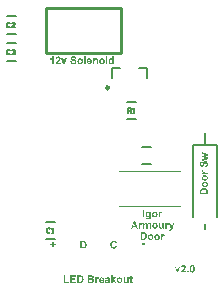
<source format=gto>
G04 Layer_Color=65535*
%FSAX44Y44*%
%MOMM*%
G71*
G01*
G75*
%ADD28C,0.2500*%
%ADD29C,0.2540*%
%ADD30C,0.2000*%
%ADD31C,0.1250*%
%ADD32C,0.1270*%
G36*
X00201859Y00244346D02*
X00203537D01*
Y00243215D01*
X00201859D01*
Y00241557D01*
X00200738D01*
Y00243215D01*
X00199060D01*
Y00244346D01*
X00200738D01*
Y00246005D01*
X00201859D01*
Y00244346D01*
D02*
G37*
G36*
X00278929Y00243617D02*
X00276530D01*
Y00244846D01*
X00278929D01*
Y00243617D01*
D02*
G37*
G36*
X00312039Y00226738D02*
X00312117Y00226728D01*
X00312214Y00226718D01*
X00312312Y00226709D01*
X00312429Y00226679D01*
X00312663Y00226621D01*
X00312917Y00226533D01*
X00313034Y00226474D01*
X00313160Y00226406D01*
X00313268Y00226318D01*
X00313375Y00226231D01*
X00313385Y00226221D01*
X00313395Y00226211D01*
X00313424Y00226182D01*
X00313463Y00226143D01*
X00313502Y00226094D01*
X00313551Y00226026D01*
X00313648Y00225880D01*
X00313746Y00225694D01*
X00313834Y00225480D01*
X00313902Y00225236D01*
X00313911Y00225099D01*
X00313921Y00224963D01*
Y00224943D01*
Y00224894D01*
X00313911Y00224807D01*
X00313902Y00224699D01*
X00313882Y00224573D01*
X00313853Y00224436D01*
X00313814Y00224280D01*
X00313765Y00224134D01*
X00313755Y00224114D01*
X00313736Y00224065D01*
X00313697Y00223987D01*
X00313648Y00223890D01*
X00313580Y00223763D01*
X00313492Y00223626D01*
X00313385Y00223480D01*
X00313268Y00223324D01*
X00313258Y00223314D01*
X00313229Y00223275D01*
X00313170Y00223207D01*
X00313082Y00223119D01*
X00312975Y00223002D01*
X00312829Y00222856D01*
X00312663Y00222690D01*
X00312458Y00222505D01*
X00312448Y00222495D01*
X00312429Y00222485D01*
X00312400Y00222456D01*
X00312370Y00222417D01*
X00312273Y00222329D01*
X00312156Y00222212D01*
X00312029Y00222095D01*
X00311912Y00221978D01*
X00311805Y00221871D01*
X00311766Y00221832D01*
X00311727Y00221793D01*
X00311717Y00221783D01*
X00311697Y00221763D01*
X00311668Y00221734D01*
X00311639Y00221686D01*
X00311551Y00221588D01*
X00311473Y00221461D01*
X00313921D01*
Y00220320D01*
X00309620D01*
Y00220330D01*
Y00220349D01*
X00309630Y00220388D01*
X00309639Y00220427D01*
X00309649Y00220486D01*
X00309659Y00220554D01*
X00309698Y00220710D01*
X00309747Y00220905D01*
X00309825Y00221110D01*
X00309912Y00221325D01*
X00310030Y00221539D01*
Y00221549D01*
X00310049Y00221569D01*
X00310069Y00221598D01*
X00310098Y00221646D01*
X00310147Y00221705D01*
X00310195Y00221773D01*
X00310264Y00221861D01*
X00310332Y00221949D01*
X00310420Y00222056D01*
X00310527Y00222173D01*
X00310634Y00222300D01*
X00310761Y00222437D01*
X00310907Y00222583D01*
X00311054Y00222739D01*
X00311229Y00222905D01*
X00311415Y00223080D01*
X00311424Y00223090D01*
X00311454Y00223109D01*
X00311493Y00223158D01*
X00311551Y00223207D01*
X00311610Y00223266D01*
X00311688Y00223344D01*
X00311854Y00223500D01*
X00312029Y00223675D01*
X00312195Y00223851D01*
X00312273Y00223929D01*
X00312341Y00223997D01*
X00312400Y00224065D01*
X00312439Y00224124D01*
X00312448Y00224143D01*
X00312478Y00224192D01*
X00312517Y00224261D01*
X00312565Y00224358D01*
X00312614Y00224475D01*
X00312653Y00224602D01*
X00312682Y00224738D01*
X00312692Y00224875D01*
Y00224894D01*
Y00224943D01*
X00312682Y00225021D01*
X00312663Y00225109D01*
X00312634Y00225207D01*
X00312595Y00225314D01*
X00312546Y00225421D01*
X00312468Y00225509D01*
X00312458Y00225519D01*
X00312429Y00225548D01*
X00312380Y00225577D01*
X00312312Y00225626D01*
X00312224Y00225665D01*
X00312117Y00225694D01*
X00311990Y00225723D01*
X00311854Y00225733D01*
X00311795D01*
X00311717Y00225723D01*
X00311639Y00225704D01*
X00311541Y00225675D01*
X00311434Y00225636D01*
X00311336Y00225577D01*
X00311239Y00225499D01*
X00311229Y00225489D01*
X00311200Y00225450D01*
X00311171Y00225402D01*
X00311122Y00225314D01*
X00311083Y00225207D01*
X00311034Y00225080D01*
X00311005Y00224914D01*
X00310985Y00224729D01*
X00309766Y00224846D01*
Y00224855D01*
X00309776Y00224894D01*
Y00224943D01*
X00309795Y00225012D01*
X00309805Y00225099D01*
X00309834Y00225187D01*
X00309854Y00225294D01*
X00309893Y00225411D01*
X00309981Y00225646D01*
X00310098Y00225889D01*
X00310176Y00226006D01*
X00310254Y00226114D01*
X00310351Y00226211D01*
X00310449Y00226299D01*
X00310459Y00226309D01*
X00310478Y00226318D01*
X00310508Y00226338D01*
X00310556Y00226367D01*
X00310605Y00226406D01*
X00310673Y00226445D01*
X00310751Y00226484D01*
X00310849Y00226523D01*
X00310946Y00226562D01*
X00311054Y00226601D01*
X00311297Y00226679D01*
X00311571Y00226728D01*
X00311727Y00226748D01*
X00311971D01*
X00312039Y00226738D01*
D02*
G37*
G36*
X00319471D02*
X00319549Y00226728D01*
X00319637Y00226709D01*
X00319734Y00226689D01*
X00319842Y00226660D01*
X00319959Y00226631D01*
X00320076Y00226582D01*
X00320203Y00226533D01*
X00320320Y00226465D01*
X00320437Y00226387D01*
X00320554Y00226299D01*
X00320661Y00226192D01*
X00320768Y00226075D01*
X00320778Y00226065D01*
X00320798Y00226036D01*
X00320827Y00225987D01*
X00320866Y00225928D01*
X00320915Y00225840D01*
X00320963Y00225733D01*
X00321022Y00225606D01*
X00321080Y00225460D01*
X00321139Y00225285D01*
X00321197Y00225099D01*
X00321246Y00224885D01*
X00321295Y00224651D01*
X00321334Y00224387D01*
X00321363Y00224104D01*
X00321383Y00223802D01*
X00321393Y00223470D01*
Y00223461D01*
Y00223451D01*
Y00223392D01*
Y00223295D01*
X00321383Y00223178D01*
X00321373Y00223022D01*
X00321363Y00222856D01*
X00321344Y00222661D01*
X00321315Y00222456D01*
X00321236Y00222027D01*
X00321188Y00221812D01*
X00321129Y00221598D01*
X00321051Y00221393D01*
X00320963Y00221198D01*
X00320866Y00221012D01*
X00320759Y00220856D01*
X00320749Y00220847D01*
X00320739Y00220827D01*
X00320710Y00220798D01*
X00320661Y00220759D01*
X00320612Y00220700D01*
X00320544Y00220652D01*
X00320476Y00220593D01*
X00320388Y00220535D01*
X00320290Y00220466D01*
X00320183Y00220408D01*
X00320056Y00220359D01*
X00319930Y00220310D01*
X00319793Y00220261D01*
X00319647Y00220232D01*
X00319481Y00220213D01*
X00319315Y00220203D01*
X00319276D01*
X00319227Y00220213D01*
X00319159D01*
X00319081Y00220222D01*
X00318993Y00220242D01*
X00318886Y00220261D01*
X00318778Y00220291D01*
X00318661Y00220330D01*
X00318535Y00220378D01*
X00318408Y00220437D01*
X00318281Y00220505D01*
X00318154Y00220583D01*
X00318037Y00220681D01*
X00317910Y00220788D01*
X00317803Y00220915D01*
X00317793Y00220925D01*
X00317784Y00220954D01*
X00317754Y00220993D01*
X00317715Y00221061D01*
X00317676Y00221139D01*
X00317628Y00221237D01*
X00317569Y00221364D01*
X00317520Y00221510D01*
X00317472Y00221676D01*
X00317413Y00221861D01*
X00317364Y00222066D01*
X00317325Y00222300D01*
X00317286Y00222563D01*
X00317267Y00222836D01*
X00317247Y00223149D01*
X00317237Y00223480D01*
Y00223490D01*
Y00223500D01*
Y00223558D01*
Y00223656D01*
X00317247Y00223773D01*
X00317257Y00223929D01*
X00317267Y00224095D01*
X00317286Y00224280D01*
X00317316Y00224485D01*
X00317393Y00224914D01*
X00317442Y00225128D01*
X00317501Y00225343D01*
X00317569Y00225548D01*
X00317657Y00225743D01*
X00317754Y00225928D01*
X00317862Y00226084D01*
X00317871Y00226094D01*
X00317881Y00226114D01*
X00317920Y00226143D01*
X00317959Y00226192D01*
X00318008Y00226240D01*
X00318076Y00226299D01*
X00318154Y00226357D01*
X00318242Y00226416D01*
X00318340Y00226474D01*
X00318447Y00226543D01*
X00318564Y00226592D01*
X00318691Y00226640D01*
X00318837Y00226689D01*
X00318983Y00226718D01*
X00319149Y00226738D01*
X00319315Y00226748D01*
X00319403D01*
X00319471Y00226738D01*
D02*
G37*
G36*
X00332410Y00320488D02*
Y00319308D01*
X00329425Y00318508D01*
X00332410Y00317718D01*
Y00316528D01*
X00327767Y00315065D01*
Y00316255D01*
X00330810Y00317123D01*
X00327767Y00317923D01*
Y00319113D01*
X00330810Y00319883D01*
X00327767Y00320771D01*
Y00321980D01*
X00332410Y00320488D01*
D02*
G37*
G36*
X00330752Y00314558D02*
X00330888Y00314538D01*
X00331045Y00314499D01*
X00331220Y00314450D01*
X00331405Y00314372D01*
X00331591Y00314265D01*
X00331600D01*
X00331610Y00314255D01*
X00331669Y00314207D01*
X00331757Y00314138D01*
X00331854Y00314041D01*
X00331971Y00313924D01*
X00332088Y00313768D01*
X00332205Y00313602D01*
X00332303Y00313397D01*
Y00313387D01*
X00332313Y00313368D01*
X00332322Y00313339D01*
X00332342Y00313299D01*
X00332351Y00313241D01*
X00332371Y00313182D01*
X00332391Y00313104D01*
X00332410Y00313017D01*
X00332459Y00312812D01*
X00332488Y00312578D01*
X00332517Y00312314D01*
X00332527Y00312012D01*
Y00312002D01*
Y00311963D01*
Y00311895D01*
X00332517Y00311807D01*
X00332508Y00311710D01*
X00332498Y00311593D01*
X00332478Y00311466D01*
X00332459Y00311320D01*
X00332391Y00311017D01*
X00332342Y00310861D01*
X00332293Y00310705D01*
X00332225Y00310559D01*
X00332156Y00310412D01*
X00332069Y00310266D01*
X00331971Y00310139D01*
X00331961Y00310130D01*
X00331942Y00310110D01*
X00331913Y00310081D01*
X00331864Y00310032D01*
X00331805Y00309983D01*
X00331737Y00309925D01*
X00331649Y00309866D01*
X00331561Y00309798D01*
X00331444Y00309730D01*
X00331327Y00309661D01*
X00331191Y00309603D01*
X00331045Y00309535D01*
X00330888Y00309486D01*
X00330713Y00309437D01*
X00330528Y00309398D01*
X00330332Y00309369D01*
X00330206Y00310627D01*
X00330215D01*
X00330235Y00310637D01*
X00330264D01*
X00330313Y00310646D01*
X00330420Y00310676D01*
X00330567Y00310725D01*
X00330713Y00310783D01*
X00330869Y00310861D01*
X00331015Y00310959D01*
X00331142Y00311076D01*
X00331152Y00311095D01*
X00331191Y00311144D01*
X00331230Y00311222D01*
X00331288Y00311329D01*
X00331337Y00311466D01*
X00331386Y00311622D01*
X00331425Y00311807D01*
X00331435Y00312022D01*
Y00312031D01*
Y00312051D01*
Y00312080D01*
Y00312129D01*
X00331425Y00312236D01*
X00331405Y00312373D01*
X00331366Y00312529D01*
X00331327Y00312685D01*
X00331259Y00312831D01*
X00331171Y00312958D01*
X00331161Y00312968D01*
X00331123Y00313007D01*
X00331074Y00313056D01*
X00330996Y00313124D01*
X00330908Y00313182D01*
X00330801Y00313231D01*
X00330684Y00313270D01*
X00330557Y00313280D01*
X00330518D01*
X00330479Y00313270D01*
X00330420Y00313260D01*
X00330303Y00313221D01*
X00330235Y00313192D01*
X00330176Y00313143D01*
X00330167Y00313134D01*
X00330147Y00313114D01*
X00330118Y00313085D01*
X00330079Y00313036D01*
X00330030Y00312968D01*
X00329991Y00312890D01*
X00329942Y00312792D01*
X00329894Y00312675D01*
Y00312666D01*
X00329874Y00312626D01*
X00329855Y00312558D01*
X00329825Y00312461D01*
X00329806Y00312402D01*
X00329786Y00312324D01*
X00329767Y00312246D01*
X00329738Y00312148D01*
X00329708Y00312041D01*
X00329679Y00311924D01*
X00329650Y00311797D01*
X00329611Y00311651D01*
Y00311641D01*
X00329601Y00311602D01*
X00329581Y00311554D01*
X00329562Y00311485D01*
X00329542Y00311397D01*
X00329513Y00311300D01*
X00329435Y00311085D01*
X00329347Y00310842D01*
X00329240Y00310598D01*
X00329113Y00310383D01*
X00329045Y00310286D01*
X00328977Y00310198D01*
X00328967Y00310188D01*
X00328947Y00310168D01*
X00328918Y00310139D01*
X00328879Y00310110D01*
X00328830Y00310061D01*
X00328772Y00310012D01*
X00328694Y00309964D01*
X00328616Y00309905D01*
X00328430Y00309798D01*
X00328206Y00309700D01*
X00328089Y00309671D01*
X00327962Y00309642D01*
X00327826Y00309622D01*
X00327689Y00309613D01*
X00327602D01*
X00327514Y00309632D01*
X00327387Y00309652D01*
X00327250Y00309681D01*
X00327094Y00309730D01*
X00326938Y00309798D01*
X00326772Y00309886D01*
X00326763D01*
X00326753Y00309895D01*
X00326704Y00309935D01*
X00326626Y00310003D01*
X00326529Y00310091D01*
X00326421Y00310198D01*
X00326314Y00310334D01*
X00326207Y00310490D01*
X00326119Y00310676D01*
Y00310686D01*
X00326109Y00310695D01*
X00326099Y00310734D01*
X00326080Y00310773D01*
X00326070Y00310822D01*
X00326051Y00310881D01*
X00326002Y00311027D01*
X00325963Y00311212D01*
X00325934Y00311427D01*
X00325904Y00311671D01*
X00325895Y00311934D01*
Y00311944D01*
Y00311983D01*
Y00312051D01*
X00325904Y00312129D01*
X00325914Y00312236D01*
X00325924Y00312353D01*
X00325943Y00312480D01*
X00325963Y00312617D01*
X00326021Y00312909D01*
X00326119Y00313212D01*
X00326177Y00313358D01*
X00326255Y00313494D01*
X00326334Y00313631D01*
X00326431Y00313748D01*
X00326441Y00313758D01*
X00326460Y00313777D01*
X00326490Y00313807D01*
X00326529Y00313846D01*
X00326577Y00313894D01*
X00326646Y00313943D01*
X00326724Y00314002D01*
X00326811Y00314060D01*
X00326909Y00314119D01*
X00327016Y00314167D01*
X00327250Y00314275D01*
X00327387Y00314314D01*
X00327533Y00314353D01*
X00327689Y00314382D01*
X00327845Y00314392D01*
X00327894Y00313095D01*
X00327875D01*
X00327816Y00313075D01*
X00327728Y00313056D01*
X00327621Y00313017D01*
X00327504Y00312968D01*
X00327387Y00312909D01*
X00327280Y00312831D01*
X00327192Y00312734D01*
X00327182Y00312724D01*
X00327153Y00312685D01*
X00327124Y00312626D01*
X00327075Y00312539D01*
X00327036Y00312422D01*
X00327006Y00312285D01*
X00326977Y00312119D01*
X00326968Y00311924D01*
Y00311914D01*
Y00311905D01*
Y00311875D01*
Y00311836D01*
X00326977Y00311729D01*
X00326997Y00311602D01*
X00327026Y00311466D01*
X00327065Y00311320D01*
X00327124Y00311173D01*
X00327202Y00311046D01*
X00327211Y00311037D01*
X00327231Y00311017D01*
X00327260Y00310988D01*
X00327309Y00310949D01*
X00327367Y00310910D01*
X00327436Y00310881D01*
X00327514Y00310861D01*
X00327602Y00310851D01*
X00327640D01*
X00327679Y00310861D01*
X00327738Y00310871D01*
X00327797Y00310900D01*
X00327865Y00310929D01*
X00327923Y00310978D01*
X00327992Y00311037D01*
X00328001Y00311046D01*
X00328031Y00311085D01*
X00328070Y00311163D01*
X00328089Y00311212D01*
X00328118Y00311280D01*
X00328157Y00311349D01*
X00328187Y00311437D01*
X00328226Y00311524D01*
X00328255Y00311641D01*
X00328294Y00311758D01*
X00328333Y00311895D01*
X00328382Y00312051D01*
X00328421Y00312217D01*
Y00312227D01*
X00328430Y00312256D01*
X00328440Y00312305D01*
X00328460Y00312373D01*
X00328479Y00312451D01*
X00328509Y00312539D01*
X00328557Y00312743D01*
X00328635Y00312978D01*
X00328704Y00313202D01*
X00328791Y00313426D01*
X00328830Y00313524D01*
X00328879Y00313612D01*
Y00313621D01*
X00328889Y00313631D01*
X00328918Y00313690D01*
X00328977Y00313768D01*
X00329045Y00313865D01*
X00329142Y00313982D01*
X00329250Y00314099D01*
X00329386Y00314207D01*
X00329533Y00314314D01*
X00329552Y00314324D01*
X00329601Y00314353D01*
X00329698Y00314402D01*
X00329815Y00314450D01*
X00329962Y00314489D01*
X00330137Y00314538D01*
X00330332Y00314567D01*
X00330547Y00314577D01*
X00330645D01*
X00330752Y00314558D01*
D02*
G37*
G36*
X00227084Y00247038D02*
X00227259Y00247029D01*
X00227464Y00247019D01*
X00227659Y00246999D01*
X00227854Y00246960D01*
X00228030Y00246921D01*
X00228040D01*
X00228059Y00246912D01*
X00228088Y00246902D01*
X00228127Y00246892D01*
X00228225Y00246843D01*
X00228361Y00246785D01*
X00228508Y00246707D01*
X00228664Y00246600D01*
X00228830Y00246473D01*
X00228986Y00246326D01*
X00228995D01*
X00229005Y00246307D01*
X00229054Y00246248D01*
X00229122Y00246161D01*
X00229220Y00246043D01*
X00229317Y00245887D01*
X00229415Y00245712D01*
X00229512Y00245517D01*
X00229600Y00245292D01*
Y00245283D01*
X00229610Y00245263D01*
X00229620Y00245234D01*
X00229629Y00245185D01*
X00229649Y00245127D01*
X00229668Y00245049D01*
X00229688Y00244971D01*
X00229707Y00244873D01*
X00229727Y00244766D01*
X00229746Y00244659D01*
X00229785Y00244395D01*
X00229805Y00244102D01*
X00229815Y00243781D01*
Y00243771D01*
Y00243742D01*
Y00243703D01*
Y00243644D01*
X00229805Y00243576D01*
Y00243498D01*
X00229785Y00243312D01*
X00229766Y00243098D01*
X00229727Y00242874D01*
X00229678Y00242640D01*
X00229610Y00242415D01*
Y00242405D01*
X00229600Y00242386D01*
X00229590Y00242347D01*
X00229571Y00242298D01*
X00229542Y00242240D01*
X00229512Y00242171D01*
X00229434Y00242015D01*
X00229337Y00241830D01*
X00229220Y00241645D01*
X00229083Y00241459D01*
X00228927Y00241284D01*
X00228908Y00241274D01*
X00228869Y00241225D01*
X00228791Y00241167D01*
X00228693Y00241098D01*
X00228556Y00241011D01*
X00228400Y00240923D01*
X00228225Y00240845D01*
X00228020Y00240767D01*
X00228001Y00240757D01*
X00227942Y00240747D01*
X00227854Y00240728D01*
X00227718Y00240708D01*
X00227562Y00240679D01*
X00227367Y00240660D01*
X00227132Y00240650D01*
X00226879Y00240640D01*
X00224460D01*
Y00247048D01*
X00227006D01*
X00227084Y00247038D01*
D02*
G37*
G36*
X00253049Y00247146D02*
X00253147Y00247136D01*
X00253264Y00247116D01*
X00253391Y00247097D01*
X00253527Y00247068D01*
X00253683Y00247029D01*
X00253830Y00246980D01*
X00253995Y00246931D01*
X00254152Y00246863D01*
X00254308Y00246775D01*
X00254464Y00246687D01*
X00254610Y00246580D01*
X00254756Y00246453D01*
X00254766D01*
X00254776Y00246434D01*
X00254825Y00246375D01*
X00254903Y00246287D01*
X00255000Y00246151D01*
X00255107Y00245985D01*
X00255224Y00245790D01*
X00255332Y00245556D01*
X00255420Y00245283D01*
X00254142Y00244980D01*
Y00244990D01*
X00254132Y00245000D01*
X00254122Y00245058D01*
X00254083Y00245146D01*
X00254035Y00245263D01*
X00253976Y00245390D01*
X00253888Y00245517D01*
X00253791Y00245644D01*
X00253664Y00245761D01*
X00253644Y00245770D01*
X00253596Y00245809D01*
X00253527Y00245858D01*
X00253420Y00245907D01*
X00253293Y00245965D01*
X00253137Y00246005D01*
X00252971Y00246043D01*
X00252786Y00246053D01*
X00252718D01*
X00252669Y00246043D01*
X00252610Y00246034D01*
X00252542Y00246024D01*
X00252376Y00245985D01*
X00252191Y00245926D01*
X00251996Y00245839D01*
X00251908Y00245780D01*
X00251811Y00245712D01*
X00251723Y00245624D01*
X00251635Y00245536D01*
Y00245527D01*
X00251616Y00245517D01*
X00251596Y00245478D01*
X00251567Y00245439D01*
X00251538Y00245380D01*
X00251499Y00245312D01*
X00251460Y00245234D01*
X00251421Y00245136D01*
X00251372Y00245029D01*
X00251333Y00244912D01*
X00251294Y00244776D01*
X00251264Y00244620D01*
X00251235Y00244463D01*
X00251216Y00244278D01*
X00251206Y00244083D01*
X00251196Y00243878D01*
Y00243868D01*
Y00243829D01*
Y00243761D01*
X00251206Y00243683D01*
Y00243576D01*
X00251216Y00243469D01*
X00251235Y00243342D01*
X00251255Y00243205D01*
X00251304Y00242922D01*
X00251382Y00242630D01*
X00251430Y00242493D01*
X00251489Y00242366D01*
X00251547Y00242249D01*
X00251625Y00242142D01*
X00251635Y00242132D01*
X00251645Y00242123D01*
X00251703Y00242064D01*
X00251801Y00241986D01*
X00251928Y00241889D01*
X00252094Y00241791D01*
X00252289Y00241713D01*
X00252513Y00241654D01*
X00252630Y00241645D01*
X00252757Y00241635D01*
X00252806D01*
X00252845Y00241645D01*
X00252942Y00241654D01*
X00253059Y00241674D01*
X00253206Y00241713D01*
X00253352Y00241771D01*
X00253498Y00241849D01*
X00253644Y00241957D01*
X00253664Y00241976D01*
X00253703Y00242015D01*
X00253771Y00242103D01*
X00253849Y00242210D01*
X00253937Y00242357D01*
X00254025Y00242542D01*
X00254113Y00242747D01*
X00254181Y00243000D01*
X00255439Y00242610D01*
Y00242600D01*
X00255429Y00242561D01*
X00255410Y00242513D01*
X00255380Y00242435D01*
X00255351Y00242347D01*
X00255312Y00242249D01*
X00255264Y00242132D01*
X00255205Y00242015D01*
X00255078Y00241762D01*
X00254912Y00241498D01*
X00254708Y00241255D01*
X00254600Y00241137D01*
X00254473Y00241040D01*
X00254464Y00241030D01*
X00254444Y00241020D01*
X00254405Y00240991D01*
X00254356Y00240962D01*
X00254288Y00240923D01*
X00254210Y00240884D01*
X00254113Y00240835D01*
X00254005Y00240786D01*
X00253888Y00240737D01*
X00253761Y00240689D01*
X00253625Y00240650D01*
X00253479Y00240611D01*
X00253313Y00240581D01*
X00253147Y00240552D01*
X00252962Y00240543D01*
X00252776Y00240533D01*
X00252718D01*
X00252649Y00240543D01*
X00252562D01*
X00252454Y00240562D01*
X00252328Y00240581D01*
X00252191Y00240601D01*
X00252035Y00240640D01*
X00251869Y00240689D01*
X00251703Y00240747D01*
X00251528Y00240816D01*
X00251352Y00240903D01*
X00251177Y00241001D01*
X00251001Y00241118D01*
X00250835Y00241245D01*
X00250679Y00241401D01*
X00250670Y00241411D01*
X00250640Y00241440D01*
X00250601Y00241489D01*
X00250553Y00241557D01*
X00250494Y00241645D01*
X00250416Y00241752D01*
X00250348Y00241879D01*
X00250270Y00242025D01*
X00250192Y00242181D01*
X00250123Y00242366D01*
X00250055Y00242561D01*
X00249987Y00242776D01*
X00249938Y00243000D01*
X00249899Y00243244D01*
X00249870Y00243508D01*
X00249860Y00243781D01*
Y00243800D01*
Y00243849D01*
X00249870Y00243937D01*
Y00244044D01*
X00249889Y00244181D01*
X00249899Y00244337D01*
X00249928Y00244502D01*
X00249967Y00244688D01*
X00250006Y00244893D01*
X00250065Y00245088D01*
X00250123Y00245302D01*
X00250201Y00245507D01*
X00250299Y00245712D01*
X00250406Y00245907D01*
X00250533Y00246092D01*
X00250679Y00246268D01*
X00250689Y00246278D01*
X00250718Y00246307D01*
X00250767Y00246346D01*
X00250826Y00246404D01*
X00250913Y00246473D01*
X00251011Y00246551D01*
X00251128Y00246629D01*
X00251264Y00246716D01*
X00251411Y00246794D01*
X00251577Y00246873D01*
X00251752Y00246951D01*
X00251947Y00247019D01*
X00252152Y00247077D01*
X00252376Y00247116D01*
X00252610Y00247146D01*
X00252854Y00247155D01*
X00252971D01*
X00253049Y00247146D01*
D02*
G37*
G36*
X00211787Y00212513D02*
X00214996D01*
Y00211430D01*
X00210490D01*
Y00217780D01*
X00211787D01*
Y00212513D01*
D02*
G37*
G36*
X00267900Y00216073D02*
X00268738D01*
Y00215097D01*
X00267900D01*
Y00213205D01*
Y00213195D01*
Y00213186D01*
Y00213156D01*
Y00213117D01*
Y00213020D01*
Y00212913D01*
X00267909Y00212796D01*
Y00212688D01*
Y00212600D01*
X00267919Y00212561D01*
Y00212542D01*
Y00212522D01*
X00267939Y00212483D01*
X00267978Y00212435D01*
X00268027Y00212386D01*
X00268046Y00212376D01*
X00268085Y00212357D01*
X00268153Y00212337D01*
X00268231Y00212327D01*
X00268261D01*
X00268300Y00212337D01*
X00268358Y00212347D01*
X00268426Y00212357D01*
X00268514Y00212376D01*
X00268612Y00212405D01*
X00268729Y00212444D01*
X00268836Y00211488D01*
X00268817Y00211479D01*
X00268758Y00211459D01*
X00268670Y00211430D01*
X00268553Y00211401D01*
X00268407Y00211371D01*
X00268241Y00211342D01*
X00268056Y00211323D01*
X00267861Y00211313D01*
X00267802D01*
X00267744Y00211323D01*
X00267666D01*
X00267568Y00211342D01*
X00267470Y00211362D01*
X00267363Y00211381D01*
X00267266Y00211420D01*
X00267256Y00211430D01*
X00267227Y00211440D01*
X00267178Y00211459D01*
X00267119Y00211498D01*
X00266993Y00211586D01*
X00266924Y00211645D01*
X00266876Y00211703D01*
X00266866Y00211713D01*
X00266856Y00211732D01*
X00266837Y00211781D01*
X00266807Y00211830D01*
X00266778Y00211908D01*
X00266749Y00211986D01*
X00266729Y00212083D01*
X00266710Y00212191D01*
Y00212201D01*
X00266700Y00212240D01*
Y00212298D01*
X00266690Y00212376D01*
X00266681Y00212493D01*
Y00212649D01*
X00266671Y00212834D01*
Y00212942D01*
Y00213059D01*
Y00215097D01*
X00266105D01*
Y00216073D01*
X00266671D01*
Y00216990D01*
X00267900Y00217711D01*
Y00216073D01*
D02*
G37*
G36*
X00224516Y00217828D02*
X00224691Y00217819D01*
X00224896Y00217809D01*
X00225091Y00217789D01*
X00225286Y00217750D01*
X00225462Y00217711D01*
X00225471D01*
X00225491Y00217702D01*
X00225520Y00217692D01*
X00225559Y00217682D01*
X00225657Y00217633D01*
X00225793Y00217575D01*
X00225940Y00217497D01*
X00226096Y00217390D01*
X00226262Y00217263D01*
X00226418Y00217116D01*
X00226427D01*
X00226437Y00217097D01*
X00226486Y00217038D01*
X00226554Y00216950D01*
X00226652Y00216833D01*
X00226749Y00216677D01*
X00226847Y00216502D01*
X00226944Y00216307D01*
X00227032Y00216082D01*
Y00216073D01*
X00227042Y00216053D01*
X00227052Y00216024D01*
X00227061Y00215975D01*
X00227081Y00215917D01*
X00227100Y00215839D01*
X00227120Y00215761D01*
X00227139Y00215663D01*
X00227159Y00215556D01*
X00227178Y00215448D01*
X00227217Y00215185D01*
X00227237Y00214893D01*
X00227247Y00214571D01*
Y00214561D01*
Y00214532D01*
Y00214493D01*
Y00214434D01*
X00227237Y00214366D01*
Y00214288D01*
X00227217Y00214102D01*
X00227198Y00213888D01*
X00227159Y00213664D01*
X00227110Y00213430D01*
X00227042Y00213205D01*
Y00213195D01*
X00227032Y00213176D01*
X00227022Y00213137D01*
X00227003Y00213088D01*
X00226974Y00213030D01*
X00226944Y00212961D01*
X00226866Y00212805D01*
X00226769Y00212620D01*
X00226652Y00212435D01*
X00226515Y00212249D01*
X00226359Y00212074D01*
X00226340Y00212064D01*
X00226301Y00212015D01*
X00226223Y00211957D01*
X00226125Y00211888D01*
X00225989Y00211801D01*
X00225832Y00211713D01*
X00225657Y00211635D01*
X00225452Y00211557D01*
X00225432Y00211547D01*
X00225374Y00211537D01*
X00225286Y00211518D01*
X00225150Y00211498D01*
X00224994Y00211469D01*
X00224799Y00211450D01*
X00224564Y00211440D01*
X00224311Y00211430D01*
X00221892D01*
Y00217838D01*
X00224438D01*
X00224516Y00217828D01*
D02*
G37*
G36*
X00220663Y00216756D02*
X00217220D01*
Y00215331D01*
X00220419D01*
Y00214249D01*
X00217220D01*
Y00212513D01*
X00220790D01*
Y00211430D01*
X00215923D01*
Y00217838D01*
X00220663D01*
Y00216756D01*
D02*
G37*
G36*
X00307445Y00220320D02*
X00306343D01*
X00304470Y00224963D01*
X00305758D01*
X00306635Y00222593D01*
X00306889Y00221793D01*
Y00221803D01*
X00306908Y00221842D01*
X00306918Y00221890D01*
X00306938Y00221959D01*
X00306986Y00222085D01*
X00307006Y00222144D01*
X00307016Y00222193D01*
Y00222202D01*
X00307025Y00222222D01*
X00307035Y00222261D01*
X00307055Y00222320D01*
X00307094Y00222446D01*
X00307143Y00222593D01*
X00308030Y00224963D01*
X00309288D01*
X00307445Y00220320D01*
D02*
G37*
G36*
X00316233D02*
X00315004D01*
Y00221549D01*
X00316233D01*
Y00220320D01*
D02*
G37*
G36*
X00257961Y00216161D02*
X00258049Y00216151D01*
X00258156Y00216131D01*
X00258263Y00216112D01*
X00258390Y00216082D01*
X00258526Y00216043D01*
X00258663Y00216004D01*
X00258809Y00215946D01*
X00258946Y00215878D01*
X00259092Y00215800D01*
X00259238Y00215702D01*
X00259375Y00215604D01*
X00259502Y00215478D01*
X00259512Y00215468D01*
X00259531Y00215448D01*
X00259560Y00215410D01*
X00259609Y00215351D01*
X00259658Y00215292D01*
X00259716Y00215205D01*
X00259775Y00215117D01*
X00259843Y00215010D01*
X00259902Y00214883D01*
X00259960Y00214756D01*
X00260019Y00214610D01*
X00260068Y00214463D01*
X00260116Y00214298D01*
X00260146Y00214122D01*
X00260165Y00213946D01*
X00260175Y00213751D01*
Y00213742D01*
Y00213703D01*
Y00213654D01*
X00260165Y00213576D01*
X00260155Y00213488D01*
X00260136Y00213381D01*
X00260116Y00213264D01*
X00260087Y00213137D01*
X00260058Y00213000D01*
X00260009Y00212864D01*
X00259951Y00212717D01*
X00259892Y00212571D01*
X00259804Y00212425D01*
X00259716Y00212279D01*
X00259609Y00212142D01*
X00259492Y00212006D01*
X00259482Y00211996D01*
X00259463Y00211976D01*
X00259424Y00211937D01*
X00259375Y00211898D01*
X00259307Y00211849D01*
X00259229Y00211791D01*
X00259131Y00211723D01*
X00259024Y00211664D01*
X00258907Y00211596D01*
X00258780Y00211528D01*
X00258643Y00211469D01*
X00258487Y00211420D01*
X00258331Y00211381D01*
X00258156Y00211342D01*
X00257971Y00211323D01*
X00257785Y00211313D01*
X00257678D01*
X00257619Y00211323D01*
X00257551Y00211332D01*
X00257395Y00211352D01*
X00257210Y00211381D01*
X00257005Y00211430D01*
X00256790Y00211498D01*
X00256576Y00211596D01*
X00256566D01*
X00256546Y00211606D01*
X00256517Y00211625D01*
X00256478Y00211654D01*
X00256381Y00211723D01*
X00256254Y00211810D01*
X00256108Y00211927D01*
X00255961Y00212074D01*
X00255825Y00212249D01*
X00255698Y00212444D01*
Y00212454D01*
X00255688Y00212474D01*
X00255669Y00212503D01*
X00255649Y00212542D01*
X00255630Y00212600D01*
X00255610Y00212659D01*
X00255581Y00212737D01*
X00255552Y00212825D01*
X00255503Y00213020D01*
X00255454Y00213254D01*
X00255415Y00213517D01*
X00255405Y00213800D01*
Y00213810D01*
Y00213829D01*
Y00213859D01*
X00255415Y00213907D01*
Y00213956D01*
X00255425Y00214025D01*
X00255444Y00214181D01*
X00255474Y00214366D01*
X00255532Y00214561D01*
X00255600Y00214776D01*
X00255698Y00214990D01*
Y00215000D01*
X00255708Y00215019D01*
X00255727Y00215049D01*
X00255756Y00215088D01*
X00255825Y00215185D01*
X00255922Y00215312D01*
X00256039Y00215458D01*
X00256186Y00215604D01*
X00256351Y00215741D01*
X00256546Y00215868D01*
X00256556D01*
X00256576Y00215878D01*
X00256605Y00215897D01*
X00256644Y00215917D01*
X00256693Y00215936D01*
X00256761Y00215965D01*
X00256907Y00216024D01*
X00257093Y00216073D01*
X00257307Y00216122D01*
X00257532Y00216161D01*
X00257785Y00216170D01*
X00257883D01*
X00257961Y00216161D01*
D02*
G37*
G36*
X00242696D02*
X00242784Y00216151D01*
X00242882Y00216131D01*
X00242999Y00216112D01*
X00243116Y00216082D01*
X00243243Y00216043D01*
X00243379Y00216004D01*
X00243516Y00215946D01*
X00243652Y00215878D01*
X00243789Y00215800D01*
X00243916Y00215702D01*
X00244042Y00215604D01*
X00244159Y00215478D01*
X00244169Y00215468D01*
X00244189Y00215448D01*
X00244218Y00215410D01*
X00244257Y00215351D01*
X00244296Y00215273D01*
X00244345Y00215185D01*
X00244403Y00215088D01*
X00244452Y00214961D01*
X00244511Y00214824D01*
X00244559Y00214668D01*
X00244608Y00214493D01*
X00244657Y00214307D01*
X00244686Y00214102D01*
X00244715Y00213888D01*
X00244735Y00213644D01*
Y00213391D01*
X00241663D01*
Y00213381D01*
Y00213371D01*
Y00213342D01*
X00241672Y00213303D01*
X00241682Y00213195D01*
X00241702Y00213078D01*
X00241740Y00212932D01*
X00241789Y00212796D01*
X00241858Y00212659D01*
X00241955Y00212532D01*
X00241965Y00212522D01*
X00242004Y00212483D01*
X00242062Y00212435D01*
X00242150Y00212386D01*
X00242248Y00212327D01*
X00242374Y00212279D01*
X00242511Y00212240D01*
X00242657Y00212230D01*
X00242706D01*
X00242765Y00212240D01*
X00242833Y00212249D01*
X00242901Y00212269D01*
X00242989Y00212298D01*
X00243067Y00212337D01*
X00243145Y00212386D01*
X00243155Y00212396D01*
X00243174Y00212415D01*
X00243213Y00212454D01*
X00243252Y00212513D01*
X00243301Y00212581D01*
X00243360Y00212669D01*
X00243408Y00212766D01*
X00243447Y00212893D01*
X00244667Y00212688D01*
Y00212679D01*
X00244657Y00212659D01*
X00244637Y00212620D01*
X00244618Y00212581D01*
X00244598Y00212522D01*
X00244559Y00212454D01*
X00244481Y00212308D01*
X00244374Y00212142D01*
X00244247Y00211976D01*
X00244091Y00211810D01*
X00243916Y00211664D01*
X00243906D01*
X00243896Y00211645D01*
X00243867Y00211635D01*
X00243828Y00211606D01*
X00243779Y00211586D01*
X00243711Y00211557D01*
X00243564Y00211488D01*
X00243379Y00211420D01*
X00243165Y00211371D01*
X00242921Y00211332D01*
X00242648Y00211313D01*
X00242599D01*
X00242531Y00211323D01*
X00242453D01*
X00242345Y00211342D01*
X00242238Y00211352D01*
X00242111Y00211381D01*
X00241975Y00211411D01*
X00241828Y00211450D01*
X00241682Y00211508D01*
X00241526Y00211567D01*
X00241380Y00211645D01*
X00241233Y00211732D01*
X00241097Y00211840D01*
X00240970Y00211966D01*
X00240853Y00212103D01*
Y00212113D01*
X00240833Y00212132D01*
X00240814Y00212171D01*
X00240785Y00212220D01*
X00240746Y00212279D01*
X00240707Y00212357D01*
X00240668Y00212444D01*
X00240629Y00212542D01*
X00240590Y00212649D01*
X00240551Y00212776D01*
X00240512Y00212903D01*
X00240473Y00213049D01*
X00240424Y00213361D01*
X00240414Y00213527D01*
X00240404Y00213703D01*
Y00213712D01*
Y00213751D01*
Y00213810D01*
X00240414Y00213898D01*
X00240424Y00213985D01*
X00240434Y00214102D01*
X00240453Y00214229D01*
X00240482Y00214356D01*
X00240551Y00214649D01*
X00240599Y00214795D01*
X00240658Y00214951D01*
X00240726Y00215097D01*
X00240804Y00215244D01*
X00240892Y00215380D01*
X00240999Y00215507D01*
X00241009Y00215517D01*
X00241028Y00215536D01*
X00241058Y00215565D01*
X00241107Y00215614D01*
X00241165Y00215663D01*
X00241243Y00215722D01*
X00241321Y00215780D01*
X00241419Y00215839D01*
X00241526Y00215897D01*
X00241633Y00215965D01*
X00241760Y00216014D01*
X00241897Y00216063D01*
X00242043Y00216112D01*
X00242189Y00216141D01*
X00242355Y00216161D01*
X00242521Y00216170D01*
X00242618D01*
X00242696Y00216161D01*
D02*
G37*
G36*
X00229062Y00396850D02*
X00227833D01*
Y00403258D01*
X00229062D01*
Y00396850D01*
D02*
G37*
G36*
X00205966Y00403268D02*
X00206044Y00403258D01*
X00206141Y00403248D01*
X00206239Y00403239D01*
X00206356Y00403209D01*
X00206590Y00403151D01*
X00206843Y00403063D01*
X00206960Y00403004D01*
X00207087Y00402936D01*
X00207194Y00402849D01*
X00207302Y00402761D01*
X00207311Y00402751D01*
X00207321Y00402741D01*
X00207351Y00402712D01*
X00207390Y00402673D01*
X00207429Y00402624D01*
X00207477Y00402556D01*
X00207575Y00402410D01*
X00207672Y00402224D01*
X00207760Y00402010D01*
X00207829Y00401766D01*
X00207838Y00401629D01*
X00207848Y00401493D01*
Y00401473D01*
Y00401424D01*
X00207838Y00401337D01*
X00207829Y00401229D01*
X00207809Y00401103D01*
X00207780Y00400966D01*
X00207741Y00400810D01*
X00207692Y00400664D01*
X00207682Y00400644D01*
X00207663Y00400595D01*
X00207624Y00400517D01*
X00207575Y00400420D01*
X00207507Y00400293D01*
X00207419Y00400157D01*
X00207311Y00400010D01*
X00207194Y00399854D01*
X00207185Y00399844D01*
X00207155Y00399805D01*
X00207097Y00399737D01*
X00207009Y00399649D01*
X00206902Y00399532D01*
X00206756Y00399386D01*
X00206590Y00399220D01*
X00206385Y00399035D01*
X00206375Y00399025D01*
X00206356Y00399015D01*
X00206326Y00398986D01*
X00206297Y00398947D01*
X00206200Y00398859D01*
X00206083Y00398742D01*
X00205956Y00398625D01*
X00205839Y00398508D01*
X00205732Y00398401D01*
X00205693Y00398362D01*
X00205653Y00398323D01*
X00205644Y00398313D01*
X00205624Y00398293D01*
X00205595Y00398264D01*
X00205566Y00398215D01*
X00205478Y00398118D01*
X00205400Y00397991D01*
X00207848D01*
Y00396850D01*
X00203547D01*
Y00396860D01*
Y00396879D01*
X00203556Y00396918D01*
X00203566Y00396957D01*
X00203576Y00397016D01*
X00203586Y00397084D01*
X00203625Y00397240D01*
X00203673Y00397435D01*
X00203752Y00397640D01*
X00203839Y00397855D01*
X00203956Y00398069D01*
Y00398079D01*
X00203976Y00398098D01*
X00203995Y00398128D01*
X00204025Y00398176D01*
X00204073Y00398235D01*
X00204122Y00398303D01*
X00204190Y00398391D01*
X00204259Y00398479D01*
X00204347Y00398586D01*
X00204454Y00398703D01*
X00204561Y00398830D01*
X00204688Y00398966D01*
X00204834Y00399113D01*
X00204980Y00399269D01*
X00205156Y00399435D01*
X00205341Y00399610D01*
X00205351Y00399620D01*
X00205380Y00399640D01*
X00205419Y00399688D01*
X00205478Y00399737D01*
X00205536Y00399796D01*
X00205614Y00399874D01*
X00205780Y00400030D01*
X00205956Y00400205D01*
X00206122Y00400381D01*
X00206200Y00400459D01*
X00206268Y00400527D01*
X00206326Y00400595D01*
X00206365Y00400654D01*
X00206375Y00400673D01*
X00206404Y00400722D01*
X00206444Y00400790D01*
X00206492Y00400888D01*
X00206541Y00401005D01*
X00206580Y00401132D01*
X00206609Y00401268D01*
X00206619Y00401405D01*
Y00401424D01*
Y00401473D01*
X00206609Y00401551D01*
X00206590Y00401639D01*
X00206560Y00401737D01*
X00206521Y00401844D01*
X00206473Y00401951D01*
X00206395Y00402039D01*
X00206385Y00402049D01*
X00206356Y00402078D01*
X00206307Y00402107D01*
X00206239Y00402156D01*
X00206151Y00402195D01*
X00206044Y00402224D01*
X00205917Y00402253D01*
X00205780Y00402263D01*
X00205722D01*
X00205644Y00402253D01*
X00205566Y00402234D01*
X00205468Y00402205D01*
X00205361Y00402166D01*
X00205263Y00402107D01*
X00205166Y00402029D01*
X00205156Y00402019D01*
X00205127Y00401980D01*
X00205098Y00401932D01*
X00205049Y00401844D01*
X00205010Y00401737D01*
X00204961Y00401610D01*
X00204932Y00401444D01*
X00204912Y00401259D01*
X00203693Y00401376D01*
Y00401385D01*
X00203703Y00401424D01*
Y00401473D01*
X00203722Y00401541D01*
X00203732Y00401629D01*
X00203761Y00401717D01*
X00203781Y00401824D01*
X00203820Y00401941D01*
X00203908Y00402175D01*
X00204025Y00402419D01*
X00204103Y00402536D01*
X00204181Y00402644D01*
X00204278Y00402741D01*
X00204376Y00402829D01*
X00204386Y00402839D01*
X00204405Y00402849D01*
X00204434Y00402868D01*
X00204483Y00402897D01*
X00204532Y00402936D01*
X00204600Y00402975D01*
X00204678Y00403014D01*
X00204776Y00403053D01*
X00204873Y00403092D01*
X00204980Y00403131D01*
X00205224Y00403209D01*
X00205497Y00403258D01*
X00205653Y00403278D01*
X00205897D01*
X00205966Y00403268D01*
D02*
G37*
G36*
X00211320Y00396850D02*
X00210218D01*
X00208345Y00401493D01*
X00209633D01*
X00210511Y00399123D01*
X00210764Y00398323D01*
Y00398333D01*
X00210784Y00398372D01*
X00210794Y00398420D01*
X00210813Y00398489D01*
X00210862Y00398615D01*
X00210881Y00398674D01*
X00210891Y00398723D01*
Y00398732D01*
X00210901Y00398752D01*
X00210911Y00398791D01*
X00210930Y00398849D01*
X00210969Y00398976D01*
X00211018Y00399123D01*
X00211905Y00401493D01*
X00213164D01*
X00211320Y00396850D01*
D02*
G37*
G36*
X00247448D02*
X00246219D01*
Y00401493D01*
X00247448D01*
Y00396850D01*
D02*
G37*
G36*
X00232251Y00401581D02*
X00232339Y00401571D01*
X00232437Y00401551D01*
X00232554Y00401532D01*
X00232671Y00401502D01*
X00232798Y00401464D01*
X00232934Y00401424D01*
X00233071Y00401366D01*
X00233207Y00401298D01*
X00233344Y00401220D01*
X00233471Y00401122D01*
X00233598Y00401025D01*
X00233715Y00400898D01*
X00233724Y00400888D01*
X00233744Y00400868D01*
X00233773Y00400830D01*
X00233812Y00400771D01*
X00233851Y00400693D01*
X00233900Y00400605D01*
X00233958Y00400508D01*
X00234007Y00400381D01*
X00234066Y00400244D01*
X00234114Y00400088D01*
X00234163Y00399913D01*
X00234212Y00399727D01*
X00234241Y00399523D01*
X00234270Y00399308D01*
X00234290Y00399064D01*
Y00398811D01*
X00231218D01*
Y00398801D01*
Y00398791D01*
Y00398762D01*
X00231227Y00398723D01*
X00231237Y00398615D01*
X00231257Y00398498D01*
X00231296Y00398352D01*
X00231344Y00398215D01*
X00231413Y00398079D01*
X00231510Y00397952D01*
X00231520Y00397942D01*
X00231559Y00397903D01*
X00231618Y00397855D01*
X00231705Y00397806D01*
X00231803Y00397747D01*
X00231930Y00397699D01*
X00232066Y00397660D01*
X00232213Y00397650D01*
X00232261D01*
X00232320Y00397660D01*
X00232388Y00397669D01*
X00232456Y00397689D01*
X00232544Y00397718D01*
X00232622Y00397757D01*
X00232700Y00397806D01*
X00232710Y00397816D01*
X00232729Y00397835D01*
X00232768Y00397874D01*
X00232808Y00397933D01*
X00232856Y00398001D01*
X00232915Y00398089D01*
X00232964Y00398186D01*
X00233002Y00398313D01*
X00234222Y00398108D01*
Y00398098D01*
X00234212Y00398079D01*
X00234193Y00398040D01*
X00234173Y00398001D01*
X00234153Y00397942D01*
X00234114Y00397874D01*
X00234036Y00397728D01*
X00233929Y00397562D01*
X00233802Y00397396D01*
X00233646Y00397230D01*
X00233471Y00397084D01*
X00233461D01*
X00233451Y00397065D01*
X00233422Y00397055D01*
X00233383Y00397026D01*
X00233334Y00397006D01*
X00233266Y00396977D01*
X00233120Y00396908D01*
X00232934Y00396840D01*
X00232720Y00396791D01*
X00232476Y00396753D01*
X00232203Y00396733D01*
X00232154D01*
X00232086Y00396743D01*
X00232008D01*
X00231900Y00396762D01*
X00231793Y00396772D01*
X00231666Y00396801D01*
X00231530Y00396830D01*
X00231383Y00396870D01*
X00231237Y00396928D01*
X00231081Y00396987D01*
X00230935Y00397065D01*
X00230788Y00397152D01*
X00230652Y00397260D01*
X00230525Y00397387D01*
X00230408Y00397523D01*
Y00397533D01*
X00230389Y00397552D01*
X00230369Y00397591D01*
X00230340Y00397640D01*
X00230301Y00397699D01*
X00230262Y00397777D01*
X00230223Y00397864D01*
X00230184Y00397962D01*
X00230145Y00398069D01*
X00230106Y00398196D01*
X00230067Y00398323D01*
X00230028Y00398469D01*
X00229979Y00398781D01*
X00229969Y00398947D01*
X00229959Y00399123D01*
Y00399132D01*
Y00399171D01*
Y00399230D01*
X00229969Y00399318D01*
X00229979Y00399405D01*
X00229989Y00399523D01*
X00230008Y00399649D01*
X00230037Y00399776D01*
X00230106Y00400069D01*
X00230154Y00400215D01*
X00230213Y00400371D01*
X00230281Y00400517D01*
X00230359Y00400664D01*
X00230447Y00400800D01*
X00230554Y00400927D01*
X00230564Y00400937D01*
X00230584Y00400956D01*
X00230613Y00400985D01*
X00230662Y00401034D01*
X00230720Y00401083D01*
X00230798Y00401142D01*
X00230876Y00401200D01*
X00230974Y00401259D01*
X00231081Y00401317D01*
X00231188Y00401385D01*
X00231315Y00401434D01*
X00231452Y00401483D01*
X00231598Y00401532D01*
X00231744Y00401561D01*
X00231910Y00401581D01*
X00232076Y00401590D01*
X00232174D01*
X00232251Y00401581D01*
D02*
G37*
G36*
X00224644D02*
X00224732Y00401571D01*
X00224839Y00401551D01*
X00224946Y00401532D01*
X00225073Y00401502D01*
X00225209Y00401464D01*
X00225346Y00401424D01*
X00225492Y00401366D01*
X00225629Y00401298D01*
X00225775Y00401220D01*
X00225921Y00401122D01*
X00226058Y00401025D01*
X00226185Y00400898D01*
X00226194Y00400888D01*
X00226214Y00400868D01*
X00226243Y00400830D01*
X00226292Y00400771D01*
X00226341Y00400712D01*
X00226399Y00400625D01*
X00226458Y00400537D01*
X00226526Y00400430D01*
X00226585Y00400303D01*
X00226643Y00400176D01*
X00226702Y00400030D01*
X00226751Y00399883D01*
X00226799Y00399718D01*
X00226828Y00399542D01*
X00226848Y00399366D01*
X00226858Y00399171D01*
Y00399162D01*
Y00399123D01*
Y00399074D01*
X00226848Y00398996D01*
X00226838Y00398908D01*
X00226819Y00398801D01*
X00226799Y00398684D01*
X00226770Y00398557D01*
X00226741Y00398420D01*
X00226692Y00398284D01*
X00226633Y00398138D01*
X00226575Y00397991D01*
X00226487Y00397845D01*
X00226399Y00397699D01*
X00226292Y00397562D01*
X00226175Y00397425D01*
X00226165Y00397416D01*
X00226146Y00397396D01*
X00226107Y00397357D01*
X00226058Y00397318D01*
X00225990Y00397269D01*
X00225912Y00397211D01*
X00225814Y00397143D01*
X00225707Y00397084D01*
X00225590Y00397016D01*
X00225463Y00396948D01*
X00225326Y00396889D01*
X00225170Y00396840D01*
X00225014Y00396801D01*
X00224839Y00396762D01*
X00224653Y00396743D01*
X00224468Y00396733D01*
X00224361D01*
X00224302Y00396743D01*
X00224234Y00396753D01*
X00224078Y00396772D01*
X00223893Y00396801D01*
X00223688Y00396850D01*
X00223473Y00396918D01*
X00223259Y00397016D01*
X00223249D01*
X00223229Y00397026D01*
X00223200Y00397045D01*
X00223161Y00397074D01*
X00223064Y00397143D01*
X00222937Y00397230D01*
X00222791Y00397347D01*
X00222644Y00397494D01*
X00222508Y00397669D01*
X00222381Y00397864D01*
Y00397874D01*
X00222371Y00397894D01*
X00222352Y00397923D01*
X00222332Y00397962D01*
X00222313Y00398020D01*
X00222293Y00398079D01*
X00222264Y00398157D01*
X00222235Y00398245D01*
X00222186Y00398440D01*
X00222137Y00398674D01*
X00222098Y00398937D01*
X00222088Y00399220D01*
Y00399230D01*
Y00399249D01*
Y00399279D01*
X00222098Y00399327D01*
Y00399376D01*
X00222108Y00399445D01*
X00222127Y00399600D01*
X00222157Y00399786D01*
X00222215Y00399981D01*
X00222283Y00400196D01*
X00222381Y00400410D01*
Y00400420D01*
X00222391Y00400439D01*
X00222410Y00400469D01*
X00222439Y00400508D01*
X00222508Y00400605D01*
X00222605Y00400732D01*
X00222722Y00400878D01*
X00222868Y00401025D01*
X00223034Y00401161D01*
X00223229Y00401288D01*
X00223239D01*
X00223259Y00401298D01*
X00223288Y00401317D01*
X00223327Y00401337D01*
X00223376Y00401356D01*
X00223444Y00401385D01*
X00223590Y00401444D01*
X00223776Y00401493D01*
X00223990Y00401541D01*
X00224214Y00401581D01*
X00224468Y00401590D01*
X00224566D01*
X00224644Y00401581D01*
D02*
G37*
G36*
X00201879Y00396850D02*
X00200650D01*
Y00401473D01*
X00200640Y00401464D01*
X00200621Y00401444D01*
X00200582Y00401415D01*
X00200533Y00401366D01*
X00200464Y00401317D01*
X00200387Y00401259D01*
X00200299Y00401190D01*
X00200191Y00401122D01*
X00200084Y00401044D01*
X00199957Y00400966D01*
X00199694Y00400820D01*
X00199392Y00400673D01*
X00199060Y00400547D01*
Y00401659D01*
X00199070D01*
X00199079Y00401668D01*
X00199109Y00401678D01*
X00199148Y00401688D01*
X00199245Y00401727D01*
X00199372Y00401795D01*
X00199528Y00401873D01*
X00199704Y00401980D01*
X00199899Y00402097D01*
X00200104Y00402253D01*
X00200113Y00402263D01*
X00200133Y00402273D01*
X00200162Y00402302D01*
X00200191Y00402332D01*
X00200289Y00402419D01*
X00200416Y00402546D01*
X00200543Y00402692D01*
X00200669Y00402868D01*
X00200786Y00403063D01*
X00200874Y00403278D01*
X00201879D01*
Y00396850D01*
D02*
G37*
G36*
X00243029Y00401581D02*
X00243117Y00401571D01*
X00243224Y00401551D01*
X00243332Y00401532D01*
X00243458Y00401502D01*
X00243595Y00401464D01*
X00243731Y00401424D01*
X00243878Y00401366D01*
X00244014Y00401298D01*
X00244161Y00401220D01*
X00244307Y00401122D01*
X00244443Y00401025D01*
X00244570Y00400898D01*
X00244580Y00400888D01*
X00244600Y00400868D01*
X00244629Y00400830D01*
X00244678Y00400771D01*
X00244726Y00400712D01*
X00244785Y00400625D01*
X00244843Y00400537D01*
X00244912Y00400430D01*
X00244970Y00400303D01*
X00245029Y00400176D01*
X00245087Y00400030D01*
X00245136Y00399883D01*
X00245185Y00399718D01*
X00245214Y00399542D01*
X00245233Y00399366D01*
X00245243Y00399171D01*
Y00399162D01*
Y00399123D01*
Y00399074D01*
X00245233Y00398996D01*
X00245224Y00398908D01*
X00245204Y00398801D01*
X00245185Y00398684D01*
X00245156Y00398557D01*
X00245126Y00398420D01*
X00245077Y00398284D01*
X00245019Y00398138D01*
X00244960Y00397991D01*
X00244873Y00397845D01*
X00244785Y00397699D01*
X00244678Y00397562D01*
X00244561Y00397425D01*
X00244551Y00397416D01*
X00244531Y00397396D01*
X00244492Y00397357D01*
X00244443Y00397318D01*
X00244375Y00397269D01*
X00244297Y00397211D01*
X00244200Y00397143D01*
X00244092Y00397084D01*
X00243975Y00397016D01*
X00243848Y00396948D01*
X00243712Y00396889D01*
X00243556Y00396840D01*
X00243400Y00396801D01*
X00243224Y00396762D01*
X00243039Y00396743D01*
X00242854Y00396733D01*
X00242746D01*
X00242688Y00396743D01*
X00242620Y00396753D01*
X00242463Y00396772D01*
X00242278Y00396801D01*
X00242073Y00396850D01*
X00241859Y00396918D01*
X00241644Y00397016D01*
X00241635D01*
X00241615Y00397026D01*
X00241586Y00397045D01*
X00241547Y00397074D01*
X00241449Y00397143D01*
X00241322Y00397230D01*
X00241176Y00397347D01*
X00241030Y00397494D01*
X00240893Y00397669D01*
X00240766Y00397864D01*
Y00397874D01*
X00240757Y00397894D01*
X00240737Y00397923D01*
X00240718Y00397962D01*
X00240698Y00398020D01*
X00240679Y00398079D01*
X00240649Y00398157D01*
X00240620Y00398245D01*
X00240571Y00398440D01*
X00240523Y00398674D01*
X00240483Y00398937D01*
X00240474Y00399220D01*
Y00399230D01*
Y00399249D01*
Y00399279D01*
X00240483Y00399327D01*
Y00399376D01*
X00240493Y00399445D01*
X00240513Y00399600D01*
X00240542Y00399786D01*
X00240601Y00399981D01*
X00240669Y00400196D01*
X00240766Y00400410D01*
Y00400420D01*
X00240776Y00400439D01*
X00240796Y00400469D01*
X00240825Y00400508D01*
X00240893Y00400605D01*
X00240991Y00400732D01*
X00241108Y00400878D01*
X00241254Y00401025D01*
X00241420Y00401161D01*
X00241615Y00401288D01*
X00241625D01*
X00241644Y00401298D01*
X00241674Y00401317D01*
X00241712Y00401337D01*
X00241761Y00401356D01*
X00241829Y00401385D01*
X00241976Y00401444D01*
X00242161Y00401493D01*
X00242376Y00401541D01*
X00242600Y00401581D01*
X00242854Y00401590D01*
X00242951D01*
X00243029Y00401581D01*
D02*
G37*
G36*
X00330264Y00297284D02*
X00330352Y00297274D01*
X00330459Y00297255D01*
X00330576Y00297235D01*
X00330703Y00297206D01*
X00330840Y00297177D01*
X00330976Y00297128D01*
X00331123Y00297069D01*
X00331269Y00297011D01*
X00331415Y00296923D01*
X00331561Y00296835D01*
X00331698Y00296728D01*
X00331834Y00296611D01*
X00331844Y00296601D01*
X00331864Y00296582D01*
X00331903Y00296543D01*
X00331942Y00296494D01*
X00331991Y00296426D01*
X00332049Y00296348D01*
X00332117Y00296250D01*
X00332176Y00296143D01*
X00332244Y00296026D01*
X00332313Y00295899D01*
X00332371Y00295763D01*
X00332420Y00295606D01*
X00332459Y00295450D01*
X00332498Y00295275D01*
X00332517Y00295089D01*
X00332527Y00294904D01*
Y00294894D01*
Y00294875D01*
Y00294846D01*
Y00294797D01*
X00332517Y00294738D01*
X00332508Y00294670D01*
X00332488Y00294514D01*
X00332459Y00294329D01*
X00332410Y00294124D01*
X00332342Y00293909D01*
X00332244Y00293695D01*
Y00293685D01*
X00332234Y00293666D01*
X00332215Y00293636D01*
X00332186Y00293597D01*
X00332117Y00293500D01*
X00332030Y00293373D01*
X00331913Y00293227D01*
X00331766Y00293080D01*
X00331591Y00292944D01*
X00331396Y00292817D01*
X00331386D01*
X00331366Y00292807D01*
X00331337Y00292788D01*
X00331298Y00292768D01*
X00331240Y00292749D01*
X00331181Y00292729D01*
X00331103Y00292700D01*
X00331015Y00292671D01*
X00330820Y00292622D01*
X00330586Y00292573D01*
X00330323Y00292534D01*
X00330040Y00292524D01*
X00329981D01*
X00329933Y00292534D01*
X00329884D01*
X00329815Y00292544D01*
X00329660Y00292563D01*
X00329474Y00292593D01*
X00329279Y00292651D01*
X00329064Y00292719D01*
X00328850Y00292817D01*
X00328840D01*
X00328821Y00292827D01*
X00328791Y00292846D01*
X00328752Y00292875D01*
X00328655Y00292944D01*
X00328528Y00293041D01*
X00328382Y00293158D01*
X00328236Y00293305D01*
X00328099Y00293470D01*
X00327972Y00293666D01*
Y00293675D01*
X00327962Y00293695D01*
X00327943Y00293724D01*
X00327923Y00293763D01*
X00327904Y00293812D01*
X00327875Y00293880D01*
X00327816Y00294026D01*
X00327767Y00294212D01*
X00327719Y00294426D01*
X00327679Y00294651D01*
X00327670Y00294904D01*
Y00294914D01*
Y00294953D01*
Y00295002D01*
X00327679Y00295080D01*
X00327689Y00295168D01*
X00327709Y00295275D01*
X00327728Y00295382D01*
X00327757Y00295509D01*
X00327797Y00295645D01*
X00327836Y00295782D01*
X00327894Y00295928D01*
X00327962Y00296065D01*
X00328040Y00296211D01*
X00328138Y00296357D01*
X00328236Y00296494D01*
X00328362Y00296621D01*
X00328372Y00296630D01*
X00328391Y00296650D01*
X00328430Y00296679D01*
X00328489Y00296728D01*
X00328548Y00296777D01*
X00328635Y00296835D01*
X00328723Y00296894D01*
X00328830Y00296962D01*
X00328957Y00297021D01*
X00329084Y00297079D01*
X00329230Y00297138D01*
X00329377Y00297187D01*
X00329542Y00297235D01*
X00329718Y00297264D01*
X00329894Y00297284D01*
X00330089Y00297294D01*
X00330186D01*
X00330264Y00297284D01*
D02*
G37*
G36*
X00329474Y00291705D02*
X00329552D01*
X00329738Y00291686D01*
X00329952Y00291666D01*
X00330176Y00291627D01*
X00330410Y00291578D01*
X00330635Y00291510D01*
X00330645D01*
X00330664Y00291500D01*
X00330703Y00291490D01*
X00330752Y00291471D01*
X00330810Y00291442D01*
X00330879Y00291412D01*
X00331035Y00291334D01*
X00331220Y00291237D01*
X00331405Y00291120D01*
X00331591Y00290983D01*
X00331766Y00290827D01*
X00331776Y00290808D01*
X00331825Y00290769D01*
X00331883Y00290691D01*
X00331952Y00290593D01*
X00332039Y00290457D01*
X00332127Y00290301D01*
X00332205Y00290125D01*
X00332283Y00289920D01*
X00332293Y00289901D01*
X00332303Y00289842D01*
X00332322Y00289754D01*
X00332342Y00289618D01*
X00332371Y00289462D01*
X00332391Y00289267D01*
X00332400Y00289032D01*
X00332410Y00288779D01*
Y00286360D01*
X00326002D01*
Y00288711D01*
Y00288720D01*
Y00288750D01*
Y00288789D01*
Y00288847D01*
Y00288906D01*
X00326012Y00288984D01*
X00326021Y00289159D01*
X00326031Y00289364D01*
X00326051Y00289559D01*
X00326090Y00289754D01*
X00326129Y00289930D01*
Y00289940D01*
X00326138Y00289959D01*
X00326148Y00289988D01*
X00326158Y00290027D01*
X00326207Y00290125D01*
X00326265Y00290261D01*
X00326343Y00290408D01*
X00326451Y00290564D01*
X00326577Y00290730D01*
X00326724Y00290886D01*
Y00290895D01*
X00326743Y00290905D01*
X00326802Y00290954D01*
X00326889Y00291022D01*
X00327006Y00291120D01*
X00327163Y00291217D01*
X00327338Y00291315D01*
X00327533Y00291412D01*
X00327757Y00291500D01*
X00327767D01*
X00327787Y00291510D01*
X00327816Y00291520D01*
X00327865Y00291529D01*
X00327923Y00291549D01*
X00328001Y00291568D01*
X00328079Y00291588D01*
X00328177Y00291607D01*
X00328284Y00291627D01*
X00328391Y00291646D01*
X00328655Y00291686D01*
X00328947Y00291705D01*
X00329269Y00291715D01*
X00329406D01*
X00329474Y00291705D01*
D02*
G37*
G36*
X00328977Y00306306D02*
X00328967Y00306296D01*
X00328947Y00306257D01*
X00328909Y00306189D01*
X00328869Y00306121D01*
X00328840Y00306023D01*
X00328801Y00305926D01*
X00328782Y00305828D01*
X00328772Y00305721D01*
Y00305711D01*
Y00305682D01*
X00328782Y00305633D01*
X00328791Y00305575D01*
X00328811Y00305506D01*
X00328830Y00305428D01*
X00328869Y00305350D01*
X00328918Y00305282D01*
X00328928Y00305272D01*
X00328947Y00305253D01*
X00328987Y00305224D01*
X00329035Y00305184D01*
X00329104Y00305136D01*
X00329201Y00305087D01*
X00329308Y00305038D01*
X00329435Y00304999D01*
X00329455D01*
X00329474Y00304989D01*
X00329513Y00304980D01*
X00329552D01*
X00329611Y00304970D01*
X00329689Y00304960D01*
X00329767Y00304950D01*
X00329864Y00304941D01*
X00329972Y00304931D01*
X00330098Y00304921D01*
X00330245D01*
X00330401Y00304911D01*
X00330576Y00304902D01*
X00332410D01*
Y00303673D01*
X00327767D01*
Y00304814D01*
X00328421D01*
X00328411Y00304824D01*
X00328353Y00304863D01*
X00328274Y00304921D01*
X00328177Y00304989D01*
X00328070Y00305067D01*
X00327972Y00305155D01*
X00327884Y00305253D01*
X00327816Y00305340D01*
X00327806Y00305350D01*
X00327797Y00305380D01*
X00327767Y00305428D01*
X00327738Y00305497D01*
X00327719Y00305575D01*
X00327689Y00305662D01*
X00327679Y00305760D01*
X00327670Y00305867D01*
Y00305877D01*
Y00305887D01*
Y00305935D01*
X00327679Y00306023D01*
X00327699Y00306131D01*
X00327728Y00306248D01*
X00327767Y00306394D01*
X00327826Y00306540D01*
X00327904Y00306686D01*
X00328977Y00306306D01*
D02*
G37*
G36*
X00330264Y00302746D02*
X00330352Y00302736D01*
X00330459Y00302717D01*
X00330576Y00302697D01*
X00330703Y00302668D01*
X00330840Y00302639D01*
X00330976Y00302590D01*
X00331123Y00302532D01*
X00331269Y00302473D01*
X00331415Y00302385D01*
X00331561Y00302297D01*
X00331698Y00302190D01*
X00331834Y00302073D01*
X00331844Y00302063D01*
X00331864Y00302044D01*
X00331903Y00302005D01*
X00331942Y00301956D01*
X00331991Y00301888D01*
X00332049Y00301810D01*
X00332117Y00301712D01*
X00332176Y00301605D01*
X00332244Y00301488D01*
X00332313Y00301361D01*
X00332371Y00301224D01*
X00332420Y00301068D01*
X00332459Y00300912D01*
X00332498Y00300737D01*
X00332517Y00300551D01*
X00332527Y00300366D01*
Y00300356D01*
Y00300337D01*
Y00300308D01*
Y00300259D01*
X00332517Y00300200D01*
X00332508Y00300132D01*
X00332488Y00299976D01*
X00332459Y00299791D01*
X00332410Y00299586D01*
X00332342Y00299371D01*
X00332244Y00299157D01*
Y00299147D01*
X00332234Y00299128D01*
X00332215Y00299098D01*
X00332186Y00299059D01*
X00332117Y00298962D01*
X00332030Y00298835D01*
X00331913Y00298689D01*
X00331766Y00298542D01*
X00331591Y00298406D01*
X00331396Y00298279D01*
X00331386D01*
X00331366Y00298269D01*
X00331337Y00298250D01*
X00331298Y00298230D01*
X00331240Y00298211D01*
X00331181Y00298191D01*
X00331103Y00298162D01*
X00331015Y00298133D01*
X00330820Y00298084D01*
X00330586Y00298035D01*
X00330323Y00297996D01*
X00330040Y00297986D01*
X00329981D01*
X00329933Y00297996D01*
X00329884D01*
X00329815Y00298006D01*
X00329660Y00298025D01*
X00329474Y00298055D01*
X00329279Y00298113D01*
X00329064Y00298181D01*
X00328850Y00298279D01*
X00328840D01*
X00328821Y00298289D01*
X00328791Y00298308D01*
X00328752Y00298337D01*
X00328655Y00298406D01*
X00328528Y00298503D01*
X00328382Y00298620D01*
X00328236Y00298767D01*
X00328099Y00298932D01*
X00327972Y00299128D01*
Y00299137D01*
X00327962Y00299157D01*
X00327943Y00299186D01*
X00327923Y00299225D01*
X00327904Y00299274D01*
X00327875Y00299342D01*
X00327816Y00299488D01*
X00327767Y00299674D01*
X00327719Y00299888D01*
X00327679Y00300113D01*
X00327670Y00300366D01*
Y00300376D01*
Y00300415D01*
Y00300464D01*
X00327679Y00300542D01*
X00327689Y00300630D01*
X00327709Y00300737D01*
X00327728Y00300844D01*
X00327757Y00300971D01*
X00327797Y00301107D01*
X00327836Y00301244D01*
X00327894Y00301390D01*
X00327962Y00301527D01*
X00328040Y00301673D01*
X00328138Y00301819D01*
X00328236Y00301956D01*
X00328362Y00302083D01*
X00328372Y00302093D01*
X00328391Y00302112D01*
X00328430Y00302141D01*
X00328489Y00302190D01*
X00328548Y00302239D01*
X00328635Y00302297D01*
X00328723Y00302356D01*
X00328830Y00302424D01*
X00328957Y00302483D01*
X00329084Y00302541D01*
X00329230Y00302600D01*
X00329377Y00302649D01*
X00329542Y00302697D01*
X00329718Y00302726D01*
X00329894Y00302746D01*
X00330089Y00302756D01*
X00330186D01*
X00330264Y00302746D01*
D02*
G37*
G36*
X00252958Y00396850D02*
X00251817D01*
Y00397523D01*
X00251807Y00397504D01*
X00251768Y00397455D01*
X00251700Y00397387D01*
X00251622Y00397299D01*
X00251525Y00397211D01*
X00251408Y00397104D01*
X00251281Y00397016D01*
X00251134Y00396928D01*
X00251115Y00396918D01*
X00251066Y00396899D01*
X00250998Y00396870D01*
X00250900Y00396830D01*
X00250783Y00396791D01*
X00250647Y00396762D01*
X00250510Y00396743D01*
X00250364Y00396733D01*
X00250286D01*
X00250227Y00396743D01*
X00250159Y00396753D01*
X00250081Y00396772D01*
X00249896Y00396811D01*
X00249681Y00396889D01*
X00249564Y00396938D01*
X00249447Y00397006D01*
X00249330Y00397074D01*
X00249223Y00397162D01*
X00249106Y00397260D01*
X00248998Y00397377D01*
X00248989Y00397387D01*
X00248979Y00397406D01*
X00248950Y00397445D01*
X00248911Y00397494D01*
X00248872Y00397562D01*
X00248823Y00397640D01*
X00248764Y00397738D01*
X00248716Y00397845D01*
X00248667Y00397962D01*
X00248608Y00398098D01*
X00248559Y00398245D01*
X00248521Y00398411D01*
X00248482Y00398576D01*
X00248462Y00398762D01*
X00248442Y00398966D01*
X00248433Y00399171D01*
Y00399181D01*
Y00399220D01*
Y00399288D01*
X00248442Y00399366D01*
X00248452Y00399464D01*
X00248462Y00399581D01*
X00248482Y00399708D01*
X00248501Y00399835D01*
X00248569Y00400127D01*
X00248667Y00400430D01*
X00248725Y00400576D01*
X00248803Y00400712D01*
X00248881Y00400849D01*
X00248979Y00400966D01*
X00248989Y00400976D01*
X00249008Y00400995D01*
X00249037Y00401025D01*
X00249076Y00401064D01*
X00249135Y00401112D01*
X00249203Y00401161D01*
X00249281Y00401220D01*
X00249359Y00401278D01*
X00249457Y00401337D01*
X00249564Y00401395D01*
X00249808Y00401493D01*
X00249935Y00401532D01*
X00250081Y00401561D01*
X00250227Y00401581D01*
X00250383Y00401590D01*
X00250462D01*
X00250510Y00401581D01*
X00250578Y00401571D01*
X00250657Y00401551D01*
X00250842Y00401512D01*
X00251047Y00401434D01*
X00251164Y00401376D01*
X00251281Y00401317D01*
X00251388Y00401239D01*
X00251505Y00401151D01*
X00251622Y00401054D01*
X00251729Y00400937D01*
Y00403258D01*
X00252958D01*
Y00396850D01*
D02*
G37*
G36*
X00238084Y00401581D02*
X00238182Y00401571D01*
X00238299Y00401551D01*
X00238426Y00401532D01*
X00238552Y00401493D01*
X00238679Y00401444D01*
X00238699Y00401434D01*
X00238738Y00401415D01*
X00238796Y00401385D01*
X00238864Y00401346D01*
X00238952Y00401288D01*
X00239030Y00401220D01*
X00239118Y00401151D01*
X00239186Y00401064D01*
X00239196Y00401054D01*
X00239216Y00401025D01*
X00239245Y00400976D01*
X00239284Y00400917D01*
X00239323Y00400839D01*
X00239362Y00400751D01*
X00239401Y00400654D01*
X00239430Y00400547D01*
Y00400537D01*
X00239440Y00400498D01*
X00239450Y00400430D01*
X00239469Y00400342D01*
X00239479Y00400225D01*
X00239489Y00400078D01*
X00239498Y00399913D01*
Y00399727D01*
Y00396850D01*
X00238270D01*
Y00399210D01*
Y00399220D01*
Y00399240D01*
Y00399279D01*
Y00399327D01*
Y00399396D01*
Y00399464D01*
X00238260Y00399610D01*
X00238250Y00399776D01*
X00238230Y00399932D01*
X00238211Y00400069D01*
X00238201Y00400127D01*
X00238182Y00400176D01*
Y00400186D01*
X00238172Y00400215D01*
X00238152Y00400254D01*
X00238123Y00400303D01*
X00238045Y00400420D01*
X00237928Y00400527D01*
X00237918Y00400537D01*
X00237899Y00400547D01*
X00237860Y00400566D01*
X00237811Y00400595D01*
X00237752Y00400615D01*
X00237675Y00400634D01*
X00237596Y00400644D01*
X00237509Y00400654D01*
X00237450D01*
X00237392Y00400644D01*
X00237314Y00400634D01*
X00237226Y00400615D01*
X00237128Y00400576D01*
X00237031Y00400537D01*
X00236933Y00400478D01*
X00236924Y00400469D01*
X00236894Y00400449D01*
X00236855Y00400410D01*
X00236797Y00400351D01*
X00236748Y00400283D01*
X00236689Y00400205D01*
X00236631Y00400117D01*
X00236592Y00400010D01*
Y00400000D01*
X00236582Y00399952D01*
X00236563Y00399883D01*
X00236553Y00399776D01*
X00236543Y00399708D01*
X00236533Y00399630D01*
X00236524Y00399542D01*
X00236514Y00399445D01*
Y00399337D01*
X00236504Y00399220D01*
Y00399084D01*
Y00398947D01*
Y00396850D01*
X00235275D01*
Y00401493D01*
X00236416D01*
Y00400810D01*
X00236426Y00400820D01*
X00236446Y00400839D01*
X00236475Y00400878D01*
X00236524Y00400937D01*
X00236582Y00400995D01*
X00236660Y00401054D01*
X00236738Y00401132D01*
X00236836Y00401200D01*
X00236943Y00401268D01*
X00237050Y00401346D01*
X00237177Y00401405D01*
X00237314Y00401473D01*
X00237460Y00401522D01*
X00237606Y00401561D01*
X00237772Y00401581D01*
X00237938Y00401590D01*
X00238006D01*
X00238084Y00401581D01*
D02*
G37*
G36*
X00247448Y00402127D02*
X00246219D01*
Y00403258D01*
X00247448D01*
Y00402127D01*
D02*
G37*
G36*
X00218831Y00403356D02*
X00218938Y00403346D01*
X00219055Y00403336D01*
X00219182Y00403317D01*
X00219318Y00403297D01*
X00219611Y00403239D01*
X00219913Y00403141D01*
X00220060Y00403083D01*
X00220196Y00403004D01*
X00220333Y00402926D01*
X00220450Y00402829D01*
X00220459Y00402819D01*
X00220479Y00402800D01*
X00220508Y00402770D01*
X00220547Y00402731D01*
X00220596Y00402683D01*
X00220645Y00402614D01*
X00220703Y00402536D01*
X00220762Y00402449D01*
X00220820Y00402351D01*
X00220869Y00402244D01*
X00220976Y00402010D01*
X00221015Y00401873D01*
X00221054Y00401727D01*
X00221084Y00401571D01*
X00221093Y00401415D01*
X00219796Y00401366D01*
Y00401376D01*
Y00401385D01*
X00219777Y00401444D01*
X00219757Y00401532D01*
X00219718Y00401639D01*
X00219669Y00401756D01*
X00219611Y00401873D01*
X00219533Y00401980D01*
X00219435Y00402068D01*
X00219426Y00402078D01*
X00219387Y00402107D01*
X00219328Y00402136D01*
X00219240Y00402185D01*
X00219123Y00402224D01*
X00218987Y00402253D01*
X00218821Y00402283D01*
X00218626Y00402293D01*
X00218538D01*
X00218431Y00402283D01*
X00218304Y00402263D01*
X00218167Y00402234D01*
X00218021Y00402195D01*
X00217875Y00402136D01*
X00217748Y00402058D01*
X00217738Y00402049D01*
X00217719Y00402029D01*
X00217689Y00402000D01*
X00217650Y00401951D01*
X00217611Y00401893D01*
X00217582Y00401824D01*
X00217563Y00401746D01*
X00217553Y00401659D01*
Y00401649D01*
Y00401619D01*
X00217563Y00401581D01*
X00217572Y00401522D01*
X00217602Y00401464D01*
X00217631Y00401395D01*
X00217680Y00401337D01*
X00217738Y00401268D01*
X00217748Y00401259D01*
X00217787Y00401229D01*
X00217865Y00401190D01*
X00217914Y00401171D01*
X00217982Y00401142D01*
X00218050Y00401103D01*
X00218138Y00401073D01*
X00218226Y00401034D01*
X00218343Y00401005D01*
X00218460Y00400966D01*
X00218596Y00400927D01*
X00218752Y00400878D01*
X00218918Y00400839D01*
X00218928D01*
X00218957Y00400830D01*
X00219006Y00400820D01*
X00219074Y00400800D01*
X00219152Y00400781D01*
X00219240Y00400751D01*
X00219445Y00400703D01*
X00219679Y00400625D01*
X00219903Y00400556D01*
X00220128Y00400469D01*
X00220225Y00400430D01*
X00220313Y00400381D01*
X00220323D01*
X00220333Y00400371D01*
X00220391Y00400342D01*
X00220469Y00400283D01*
X00220567Y00400215D01*
X00220684Y00400117D01*
X00220801Y00400010D01*
X00220908Y00399874D01*
X00221015Y00399727D01*
X00221025Y00399708D01*
X00221054Y00399659D01*
X00221103Y00399562D01*
X00221152Y00399445D01*
X00221191Y00399298D01*
X00221240Y00399123D01*
X00221269Y00398927D01*
X00221279Y00398713D01*
Y00398703D01*
Y00398684D01*
Y00398654D01*
Y00398615D01*
X00221259Y00398508D01*
X00221240Y00398372D01*
X00221201Y00398215D01*
X00221152Y00398040D01*
X00221074Y00397855D01*
X00220967Y00397669D01*
Y00397660D01*
X00220957Y00397650D01*
X00220908Y00397591D01*
X00220840Y00397504D01*
X00220742Y00397406D01*
X00220625Y00397289D01*
X00220469Y00397172D01*
X00220303Y00397055D01*
X00220098Y00396957D01*
X00220089D01*
X00220069Y00396948D01*
X00220040Y00396938D01*
X00220001Y00396918D01*
X00219942Y00396908D01*
X00219884Y00396889D01*
X00219806Y00396870D01*
X00219718Y00396850D01*
X00219513Y00396801D01*
X00219279Y00396772D01*
X00219016Y00396743D01*
X00218713Y00396733D01*
X00218596D01*
X00218509Y00396743D01*
X00218411Y00396753D01*
X00218294Y00396762D01*
X00218167Y00396782D01*
X00218021Y00396801D01*
X00217719Y00396870D01*
X00217563Y00396918D01*
X00217407Y00396967D01*
X00217260Y00397035D01*
X00217114Y00397104D01*
X00216968Y00397191D01*
X00216841Y00397289D01*
X00216831Y00397299D01*
X00216812Y00397318D01*
X00216782Y00397347D01*
X00216733Y00397396D01*
X00216685Y00397455D01*
X00216626Y00397523D01*
X00216568Y00397611D01*
X00216499Y00397699D01*
X00216431Y00397816D01*
X00216363Y00397933D01*
X00216304Y00398069D01*
X00216236Y00398215D01*
X00216187Y00398372D01*
X00216139Y00398547D01*
X00216099Y00398732D01*
X00216070Y00398927D01*
X00217328Y00399054D01*
Y00399045D01*
X00217338Y00399025D01*
Y00398996D01*
X00217348Y00398947D01*
X00217377Y00398840D01*
X00217426Y00398693D01*
X00217485Y00398547D01*
X00217563Y00398391D01*
X00217660Y00398245D01*
X00217777Y00398118D01*
X00217797Y00398108D01*
X00217845Y00398069D01*
X00217924Y00398030D01*
X00218031Y00397972D01*
X00218167Y00397923D01*
X00218323Y00397874D01*
X00218509Y00397835D01*
X00218723Y00397825D01*
X00218831D01*
X00218938Y00397835D01*
X00219074Y00397855D01*
X00219230Y00397894D01*
X00219387Y00397933D01*
X00219533Y00398001D01*
X00219660Y00398089D01*
X00219669Y00398098D01*
X00219708Y00398138D01*
X00219757Y00398186D01*
X00219825Y00398264D01*
X00219884Y00398352D01*
X00219933Y00398459D01*
X00219972Y00398576D01*
X00219981Y00398703D01*
Y00398713D01*
Y00398742D01*
X00219972Y00398781D01*
X00219962Y00398840D01*
X00219923Y00398957D01*
X00219894Y00399025D01*
X00219845Y00399084D01*
X00219835Y00399093D01*
X00219816Y00399113D01*
X00219786Y00399142D01*
X00219738Y00399181D01*
X00219669Y00399230D01*
X00219591Y00399269D01*
X00219494Y00399318D01*
X00219377Y00399366D01*
X00219367D01*
X00219328Y00399386D01*
X00219260Y00399405D01*
X00219162Y00399435D01*
X00219104Y00399454D01*
X00219026Y00399474D01*
X00218948Y00399493D01*
X00218850Y00399523D01*
X00218743Y00399552D01*
X00218626Y00399581D01*
X00218499Y00399610D01*
X00218353Y00399649D01*
X00218343D01*
X00218304Y00399659D01*
X00218255Y00399679D01*
X00218187Y00399698D01*
X00218099Y00399718D01*
X00218001Y00399747D01*
X00217787Y00399825D01*
X00217543Y00399913D01*
X00217299Y00400020D01*
X00217085Y00400147D01*
X00216987Y00400215D01*
X00216899Y00400283D01*
X00216890Y00400293D01*
X00216870Y00400312D01*
X00216841Y00400342D01*
X00216812Y00400381D01*
X00216763Y00400430D01*
X00216714Y00400488D01*
X00216665Y00400566D01*
X00216607Y00400644D01*
X00216499Y00400830D01*
X00216402Y00401054D01*
X00216373Y00401171D01*
X00216343Y00401298D01*
X00216324Y00401434D01*
X00216314Y00401571D01*
Y00401581D01*
Y00401590D01*
Y00401619D01*
Y00401659D01*
X00216334Y00401746D01*
X00216353Y00401873D01*
X00216382Y00402010D01*
X00216431Y00402166D01*
X00216499Y00402322D01*
X00216587Y00402488D01*
Y00402497D01*
X00216597Y00402507D01*
X00216636Y00402556D01*
X00216704Y00402634D01*
X00216792Y00402731D01*
X00216899Y00402839D01*
X00217036Y00402946D01*
X00217192Y00403053D01*
X00217377Y00403141D01*
X00217387D01*
X00217397Y00403151D01*
X00217436Y00403161D01*
X00217475Y00403180D01*
X00217524Y00403190D01*
X00217582Y00403209D01*
X00217728Y00403258D01*
X00217914Y00403297D01*
X00218128Y00403326D01*
X00218372Y00403356D01*
X00218636Y00403365D01*
X00218752D01*
X00218831Y00403356D01*
D02*
G37*
G36*
X00287945Y00262194D02*
X00288033Y00262184D01*
X00288140Y00262164D01*
X00288248Y00262145D01*
X00288374Y00262116D01*
X00288511Y00262077D01*
X00288647Y00262038D01*
X00288794Y00261979D01*
X00288930Y00261911D01*
X00289077Y00261833D01*
X00289223Y00261735D01*
X00289359Y00261638D01*
X00289486Y00261511D01*
X00289496Y00261501D01*
X00289516Y00261482D01*
X00289545Y00261443D01*
X00289594Y00261384D01*
X00289642Y00261326D01*
X00289701Y00261238D01*
X00289759Y00261150D01*
X00289828Y00261043D01*
X00289886Y00260916D01*
X00289945Y00260789D01*
X00290003Y00260643D01*
X00290052Y00260497D01*
X00290101Y00260331D01*
X00290130Y00260155D01*
X00290150Y00259980D01*
X00290159Y00259785D01*
Y00259775D01*
Y00259736D01*
Y00259687D01*
X00290150Y00259609D01*
X00290140Y00259521D01*
X00290120Y00259414D01*
X00290101Y00259297D01*
X00290072Y00259170D01*
X00290042Y00259034D01*
X00289993Y00258897D01*
X00289935Y00258751D01*
X00289876Y00258604D01*
X00289789Y00258458D01*
X00289701Y00258312D01*
X00289594Y00258175D01*
X00289477Y00258039D01*
X00289467Y00258029D01*
X00289447Y00258009D01*
X00289408Y00257970D01*
X00289359Y00257931D01*
X00289291Y00257883D01*
X00289213Y00257824D01*
X00289116Y00257756D01*
X00289008Y00257697D01*
X00288891Y00257629D01*
X00288764Y00257561D01*
X00288628Y00257502D01*
X00288472Y00257453D01*
X00288316Y00257414D01*
X00288140Y00257375D01*
X00287955Y00257356D01*
X00287770Y00257346D01*
X00287662D01*
X00287604Y00257356D01*
X00287536Y00257366D01*
X00287379Y00257385D01*
X00287194Y00257414D01*
X00286989Y00257463D01*
X00286775Y00257531D01*
X00286560Y00257629D01*
X00286551D01*
X00286531Y00257639D01*
X00286502Y00257658D01*
X00286463Y00257687D01*
X00286365Y00257756D01*
X00286238Y00257844D01*
X00286092Y00257961D01*
X00285946Y00258107D01*
X00285809Y00258283D01*
X00285682Y00258477D01*
Y00258487D01*
X00285673Y00258507D01*
X00285653Y00258536D01*
X00285634Y00258575D01*
X00285614Y00258634D01*
X00285595Y00258692D01*
X00285565Y00258770D01*
X00285536Y00258858D01*
X00285487Y00259053D01*
X00285439Y00259287D01*
X00285400Y00259550D01*
X00285390Y00259833D01*
Y00259843D01*
Y00259862D01*
Y00259892D01*
X00285400Y00259941D01*
Y00259989D01*
X00285409Y00260058D01*
X00285429Y00260214D01*
X00285458Y00260399D01*
X00285517Y00260594D01*
X00285585Y00260809D01*
X00285682Y00261023D01*
Y00261033D01*
X00285692Y00261052D01*
X00285712Y00261082D01*
X00285741Y00261121D01*
X00285809Y00261218D01*
X00285907Y00261345D01*
X00286024Y00261491D01*
X00286170Y00261638D01*
X00286336Y00261774D01*
X00286531Y00261901D01*
X00286541D01*
X00286560Y00261911D01*
X00286590Y00261930D01*
X00286628Y00261950D01*
X00286677Y00261969D01*
X00286746Y00261999D01*
X00286892Y00262057D01*
X00287077Y00262106D01*
X00287292Y00262155D01*
X00287516Y00262194D01*
X00287770Y00262203D01*
X00287867D01*
X00287945Y00262194D01*
D02*
G37*
G36*
X00273568Y00257463D02*
X00272164D01*
X00271618Y00258916D01*
X00269033D01*
X00268506Y00257463D01*
X00267141D01*
X00269628Y00263871D01*
X00270993D01*
X00273568Y00257463D01*
D02*
G37*
G36*
X00295329D02*
X00294188D01*
Y00258156D01*
X00294178Y00258136D01*
X00294139Y00258097D01*
X00294090Y00258029D01*
X00294012Y00257941D01*
X00293914Y00257844D01*
X00293797Y00257746D01*
X00293661Y00257649D01*
X00293515Y00257561D01*
X00293495Y00257551D01*
X00293446Y00257531D01*
X00293358Y00257492D01*
X00293251Y00257453D01*
X00293124Y00257414D01*
X00292978Y00257375D01*
X00292812Y00257356D01*
X00292647Y00257346D01*
X00292568D01*
X00292481Y00257356D01*
X00292364Y00257375D01*
X00292237Y00257395D01*
X00292100Y00257434D01*
X00291954Y00257483D01*
X00291808Y00257551D01*
X00291788Y00257561D01*
X00291749Y00257590D01*
X00291681Y00257639D01*
X00291603Y00257697D01*
X00291515Y00257785D01*
X00291427Y00257883D01*
X00291339Y00258000D01*
X00291271Y00258126D01*
X00291262Y00258146D01*
X00291252Y00258195D01*
X00291222Y00258283D01*
X00291193Y00258400D01*
X00291164Y00258546D01*
X00291144Y00258721D01*
X00291125Y00258926D01*
X00291115Y00259160D01*
Y00262106D01*
X00292344D01*
Y00259960D01*
Y00259950D01*
Y00259921D01*
Y00259872D01*
Y00259804D01*
Y00259726D01*
Y00259638D01*
X00292354Y00259443D01*
Y00259229D01*
X00292373Y00259034D01*
Y00258946D01*
X00292383Y00258868D01*
X00292393Y00258799D01*
X00292403Y00258751D01*
Y00258741D01*
X00292412Y00258712D01*
X00292432Y00258673D01*
X00292461Y00258624D01*
X00292539Y00258517D01*
X00292588Y00258458D01*
X00292647Y00258409D01*
X00292656Y00258400D01*
X00292676Y00258390D01*
X00292724Y00258370D01*
X00292773Y00258351D01*
X00292842Y00258321D01*
X00292920Y00258302D01*
X00293007Y00258292D01*
X00293105Y00258283D01*
X00293154D01*
X00293212Y00258292D01*
X00293290Y00258302D01*
X00293378Y00258321D01*
X00293475Y00258351D01*
X00293563Y00258390D01*
X00293661Y00258448D01*
X00293671Y00258458D01*
X00293700Y00258477D01*
X00293749Y00258517D01*
X00293797Y00258565D01*
X00293856Y00258634D01*
X00293914Y00258702D01*
X00293963Y00258790D01*
X00294002Y00258877D01*
Y00258887D01*
X00294022Y00258936D01*
Y00258965D01*
X00294032Y00259014D01*
X00294041Y00259072D01*
X00294051Y00259131D01*
X00294061Y00259209D01*
X00294070Y00259297D01*
X00294080Y00259404D01*
Y00259521D01*
X00294090Y00259648D01*
X00294100Y00259794D01*
Y00259960D01*
Y00260136D01*
Y00262106D01*
X00295329D01*
Y00257463D01*
D02*
G37*
G36*
X00289715Y00252612D02*
X00289803Y00252602D01*
X00289911Y00252582D01*
X00290018Y00252563D01*
X00290145Y00252534D01*
X00290281Y00252495D01*
X00290418Y00252456D01*
X00290564Y00252397D01*
X00290701Y00252329D01*
X00290847Y00252251D01*
X00290993Y00252153D01*
X00291130Y00252056D01*
X00291257Y00251929D01*
X00291266Y00251919D01*
X00291286Y00251900D01*
X00291315Y00251861D01*
X00291364Y00251802D01*
X00291413Y00251744D01*
X00291471Y00251656D01*
X00291530Y00251568D01*
X00291598Y00251461D01*
X00291656Y00251334D01*
X00291715Y00251207D01*
X00291773Y00251061D01*
X00291822Y00250915D01*
X00291871Y00250749D01*
X00291900Y00250573D01*
X00291920Y00250398D01*
X00291930Y00250203D01*
Y00250193D01*
Y00250154D01*
Y00250105D01*
X00291920Y00250027D01*
X00291910Y00249939D01*
X00291891Y00249832D01*
X00291871Y00249715D01*
X00291842Y00249588D01*
X00291812Y00249452D01*
X00291764Y00249315D01*
X00291705Y00249169D01*
X00291647Y00249022D01*
X00291559Y00248876D01*
X00291471Y00248730D01*
X00291364Y00248593D01*
X00291247Y00248457D01*
X00291237Y00248447D01*
X00291218Y00248427D01*
X00291179Y00248388D01*
X00291130Y00248349D01*
X00291061Y00248301D01*
X00290984Y00248242D01*
X00290886Y00248174D01*
X00290779Y00248115D01*
X00290662Y00248047D01*
X00290535Y00247979D01*
X00290398Y00247920D01*
X00290242Y00247871D01*
X00290086Y00247832D01*
X00289911Y00247793D01*
X00289725Y00247774D01*
X00289540Y00247764D01*
X00289433D01*
X00289374Y00247774D01*
X00289306Y00247784D01*
X00289150Y00247803D01*
X00288965Y00247832D01*
X00288760Y00247881D01*
X00288545Y00247950D01*
X00288330Y00248047D01*
X00288321D01*
X00288301Y00248057D01*
X00288272Y00248076D01*
X00288233Y00248106D01*
X00288135Y00248174D01*
X00288009Y00248262D01*
X00287862Y00248379D01*
X00287716Y00248525D01*
X00287579Y00248701D01*
X00287453Y00248896D01*
Y00248905D01*
X00287443Y00248925D01*
X00287423Y00248954D01*
X00287404Y00248993D01*
X00287384Y00249052D01*
X00287365Y00249110D01*
X00287336Y00249188D01*
X00287306Y00249276D01*
X00287258Y00249471D01*
X00287209Y00249705D01*
X00287170Y00249968D01*
X00287160Y00250251D01*
Y00250261D01*
Y00250281D01*
Y00250310D01*
X00287170Y00250359D01*
Y00250407D01*
X00287180Y00250476D01*
X00287199Y00250632D01*
X00287228Y00250817D01*
X00287287Y00251012D01*
X00287355Y00251227D01*
X00287453Y00251441D01*
Y00251451D01*
X00287462Y00251471D01*
X00287482Y00251500D01*
X00287511Y00251539D01*
X00287579Y00251636D01*
X00287677Y00251763D01*
X00287794Y00251910D01*
X00287940Y00252056D01*
X00288106Y00252192D01*
X00288301Y00252319D01*
X00288311D01*
X00288330Y00252329D01*
X00288360Y00252348D01*
X00288399Y00252368D01*
X00288448Y00252387D01*
X00288516Y00252417D01*
X00288662Y00252475D01*
X00288848Y00252524D01*
X00289062Y00252573D01*
X00289286Y00252612D01*
X00289540Y00252621D01*
X00289638D01*
X00289715Y00252612D01*
D02*
G37*
G36*
X00278158Y00254280D02*
X00278333Y00254270D01*
X00278538Y00254260D01*
X00278733Y00254241D01*
X00278928Y00254202D01*
X00279104Y00254163D01*
X00279113D01*
X00279133Y00254153D01*
X00279162Y00254143D01*
X00279201Y00254133D01*
X00279299Y00254084D01*
X00279435Y00254026D01*
X00279582Y00253948D01*
X00279738Y00253841D01*
X00279903Y00253714D01*
X00280060Y00253568D01*
X00280069D01*
X00280079Y00253548D01*
X00280128Y00253489D01*
X00280196Y00253402D01*
X00280294Y00253285D01*
X00280391Y00253129D01*
X00280489Y00252953D01*
X00280586Y00252758D01*
X00280674Y00252534D01*
Y00252524D01*
X00280684Y00252504D01*
X00280693Y00252475D01*
X00280703Y00252426D01*
X00280723Y00252368D01*
X00280742Y00252290D01*
X00280762Y00252212D01*
X00280781Y00252114D01*
X00280801Y00252007D01*
X00280820Y00251900D01*
X00280859Y00251636D01*
X00280879Y00251344D01*
X00280889Y00251022D01*
Y00251012D01*
Y00250983D01*
Y00250944D01*
Y00250885D01*
X00280879Y00250817D01*
Y00250739D01*
X00280859Y00250554D01*
X00280840Y00250339D01*
X00280801Y00250115D01*
X00280752Y00249881D01*
X00280684Y00249656D01*
Y00249647D01*
X00280674Y00249627D01*
X00280664Y00249588D01*
X00280645Y00249539D01*
X00280615Y00249481D01*
X00280586Y00249412D01*
X00280508Y00249256D01*
X00280411Y00249071D01*
X00280294Y00248886D01*
X00280157Y00248701D01*
X00280001Y00248525D01*
X00279981Y00248515D01*
X00279942Y00248466D01*
X00279864Y00248408D01*
X00279767Y00248340D01*
X00279630Y00248252D01*
X00279474Y00248164D01*
X00279299Y00248086D01*
X00279094Y00248008D01*
X00279074Y00247998D01*
X00279016Y00247988D01*
X00278928Y00247969D01*
X00278792Y00247950D01*
X00278635Y00247920D01*
X00278440Y00247901D01*
X00278206Y00247891D01*
X00277953Y00247881D01*
X00275534D01*
Y00254289D01*
X00278079D01*
X00278158Y00254280D01*
D02*
G37*
G36*
X00295197Y00252612D02*
X00295304Y00252592D01*
X00295421Y00252563D01*
X00295568Y00252524D01*
X00295714Y00252465D01*
X00295860Y00252387D01*
X00295480Y00251315D01*
X00295470Y00251324D01*
X00295431Y00251344D01*
X00295363Y00251383D01*
X00295295Y00251422D01*
X00295197Y00251451D01*
X00295100Y00251490D01*
X00295002Y00251510D01*
X00294895Y00251519D01*
X00294856D01*
X00294807Y00251510D01*
X00294748Y00251500D01*
X00294680Y00251480D01*
X00294602Y00251461D01*
X00294524Y00251422D01*
X00294456Y00251373D01*
X00294446Y00251363D01*
X00294426Y00251344D01*
X00294397Y00251305D01*
X00294358Y00251256D01*
X00294310Y00251188D01*
X00294261Y00251090D01*
X00294212Y00250983D01*
X00294173Y00250856D01*
Y00250837D01*
X00294163Y00250817D01*
X00294153Y00250778D01*
Y00250739D01*
X00294144Y00250681D01*
X00294134Y00250602D01*
X00294124Y00250524D01*
X00294114Y00250427D01*
X00294105Y00250320D01*
X00294095Y00250193D01*
Y00250047D01*
X00294085Y00249890D01*
X00294075Y00249715D01*
Y00249520D01*
Y00249305D01*
Y00247881D01*
X00292846D01*
Y00252524D01*
X00293988D01*
Y00251870D01*
X00293997Y00251880D01*
X00294036Y00251939D01*
X00294095Y00252017D01*
X00294163Y00252114D01*
X00294241Y00252222D01*
X00294329Y00252319D01*
X00294426Y00252407D01*
X00294514Y00252475D01*
X00294524Y00252485D01*
X00294553Y00252495D01*
X00294602Y00252524D01*
X00294670Y00252553D01*
X00294748Y00252573D01*
X00294836Y00252602D01*
X00294934Y00252612D01*
X00295041Y00252621D01*
X00295109D01*
X00295197Y00252612D01*
D02*
G37*
G36*
X00276534Y00262194D02*
X00276641Y00262174D01*
X00276758Y00262145D01*
X00276904Y00262106D01*
X00277050Y00262047D01*
X00277197Y00261969D01*
X00276816Y00260896D01*
X00276807Y00260906D01*
X00276768Y00260926D01*
X00276699Y00260965D01*
X00276631Y00261004D01*
X00276534Y00261033D01*
X00276436Y00261072D01*
X00276339Y00261091D01*
X00276231Y00261101D01*
X00276192D01*
X00276143Y00261091D01*
X00276085Y00261082D01*
X00276017Y00261062D01*
X00275939Y00261043D01*
X00275861Y00261004D01*
X00275792Y00260955D01*
X00275783Y00260945D01*
X00275763Y00260926D01*
X00275734Y00260887D01*
X00275695Y00260838D01*
X00275646Y00260770D01*
X00275597Y00260672D01*
X00275548Y00260565D01*
X00275509Y00260438D01*
Y00260418D01*
X00275500Y00260399D01*
X00275490Y00260360D01*
Y00260321D01*
X00275480Y00260262D01*
X00275470Y00260184D01*
X00275461Y00260106D01*
X00275451Y00260009D01*
X00275441Y00259902D01*
X00275431Y00259775D01*
Y00259629D01*
X00275422Y00259472D01*
X00275412Y00259297D01*
Y00259102D01*
Y00258887D01*
Y00257463D01*
X00274183D01*
Y00262106D01*
X00275324D01*
Y00261452D01*
X00275334Y00261462D01*
X00275373Y00261521D01*
X00275431Y00261599D01*
X00275500Y00261696D01*
X00275578Y00261803D01*
X00275665Y00261901D01*
X00275763Y00261989D01*
X00275851Y00262057D01*
X00275861Y00262067D01*
X00275890Y00262077D01*
X00275939Y00262106D01*
X00276007Y00262135D01*
X00276085Y00262155D01*
X00276173Y00262184D01*
X00276270Y00262194D01*
X00276378Y00262203D01*
X00276446D01*
X00276534Y00262194D01*
D02*
G37*
G36*
X00287750Y00271776D02*
X00287838Y00271766D01*
X00287945Y00271746D01*
X00288053Y00271727D01*
X00288179Y00271698D01*
X00288316Y00271659D01*
X00288452Y00271619D01*
X00288599Y00271561D01*
X00288735Y00271493D01*
X00288882Y00271415D01*
X00289028Y00271317D01*
X00289164Y00271220D01*
X00289291Y00271093D01*
X00289301Y00271083D01*
X00289321Y00271064D01*
X00289350Y00271025D01*
X00289398Y00270966D01*
X00289447Y00270907D01*
X00289506Y00270820D01*
X00289564Y00270732D01*
X00289633Y00270625D01*
X00289691Y00270498D01*
X00289750Y00270371D01*
X00289808Y00270225D01*
X00289857Y00270079D01*
X00289906Y00269913D01*
X00289935Y00269737D01*
X00289954Y00269562D01*
X00289964Y00269366D01*
Y00269357D01*
Y00269318D01*
Y00269269D01*
X00289954Y00269191D01*
X00289945Y00269103D01*
X00289925Y00268996D01*
X00289906Y00268879D01*
X00289876Y00268752D01*
X00289847Y00268615D01*
X00289798Y00268479D01*
X00289740Y00268333D01*
X00289681Y00268186D01*
X00289594Y00268040D01*
X00289506Y00267894D01*
X00289398Y00267757D01*
X00289282Y00267621D01*
X00289272Y00267611D01*
X00289252Y00267591D01*
X00289213Y00267552D01*
X00289164Y00267513D01*
X00289096Y00267465D01*
X00289018Y00267406D01*
X00288921Y00267338D01*
X00288813Y00267279D01*
X00288696Y00267211D01*
X00288570Y00267143D01*
X00288433Y00267084D01*
X00288277Y00267035D01*
X00288121Y00266996D01*
X00287945Y00266957D01*
X00287760Y00266938D01*
X00287575Y00266928D01*
X00287467D01*
X00287409Y00266938D01*
X00287341Y00266948D01*
X00287185Y00266967D01*
X00286999Y00266996D01*
X00286794Y00267045D01*
X00286580Y00267113D01*
X00286365Y00267211D01*
X00286355D01*
X00286336Y00267221D01*
X00286307Y00267240D01*
X00286268Y00267269D01*
X00286170Y00267338D01*
X00286043Y00267425D01*
X00285897Y00267542D01*
X00285751Y00267689D01*
X00285614Y00267864D01*
X00285487Y00268060D01*
Y00268069D01*
X00285478Y00268089D01*
X00285458Y00268118D01*
X00285439Y00268157D01*
X00285419Y00268216D01*
X00285400Y00268274D01*
X00285370Y00268352D01*
X00285341Y00268440D01*
X00285292Y00268635D01*
X00285243Y00268869D01*
X00285205Y00269132D01*
X00285195Y00269415D01*
Y00269425D01*
Y00269445D01*
Y00269474D01*
X00285205Y00269522D01*
Y00269571D01*
X00285214Y00269640D01*
X00285234Y00269796D01*
X00285263Y00269981D01*
X00285322Y00270176D01*
X00285390Y00270391D01*
X00285487Y00270605D01*
Y00270615D01*
X00285497Y00270634D01*
X00285517Y00270664D01*
X00285546Y00270703D01*
X00285614Y00270800D01*
X00285712Y00270927D01*
X00285829Y00271073D01*
X00285975Y00271220D01*
X00286141Y00271356D01*
X00286336Y00271483D01*
X00286346D01*
X00286365Y00271493D01*
X00286394Y00271512D01*
X00286433Y00271532D01*
X00286482Y00271551D01*
X00286551Y00271581D01*
X00286697Y00271639D01*
X00286882Y00271688D01*
X00287097Y00271737D01*
X00287321Y00271776D01*
X00287575Y00271785D01*
X00287672D01*
X00287750Y00271776D01*
D02*
G37*
G36*
X00278796Y00267045D02*
X00277499D01*
Y00273453D01*
X00278796D01*
Y00267045D01*
D02*
G37*
G36*
X00293232Y00271776D02*
X00293339Y00271756D01*
X00293456Y00271727D01*
X00293602Y00271688D01*
X00293749Y00271629D01*
X00293895Y00271551D01*
X00293515Y00270478D01*
X00293505Y00270488D01*
X00293466Y00270508D01*
X00293398Y00270547D01*
X00293329Y00270586D01*
X00293232Y00270615D01*
X00293134Y00270654D01*
X00293037Y00270673D01*
X00292929Y00270683D01*
X00292890D01*
X00292842Y00270673D01*
X00292783Y00270664D01*
X00292715Y00270644D01*
X00292637Y00270625D01*
X00292559Y00270586D01*
X00292490Y00270537D01*
X00292481Y00270527D01*
X00292461Y00270508D01*
X00292432Y00270469D01*
X00292393Y00270420D01*
X00292344Y00270352D01*
X00292295Y00270254D01*
X00292247Y00270147D01*
X00292208Y00270020D01*
Y00270000D01*
X00292198Y00269981D01*
X00292188Y00269942D01*
Y00269903D01*
X00292178Y00269844D01*
X00292169Y00269766D01*
X00292159Y00269688D01*
X00292149Y00269591D01*
X00292139Y00269484D01*
X00292129Y00269357D01*
Y00269210D01*
X00292120Y00269054D01*
X00292110Y00268879D01*
Y00268684D01*
Y00268469D01*
Y00267045D01*
X00290881D01*
Y00271688D01*
X00292022D01*
Y00271034D01*
X00292032Y00271044D01*
X00292071Y00271103D01*
X00292129Y00271181D01*
X00292198Y00271278D01*
X00292276Y00271385D01*
X00292364Y00271483D01*
X00292461Y00271571D01*
X00292549Y00271639D01*
X00292559Y00271649D01*
X00292588Y00271659D01*
X00292637Y00271688D01*
X00292705Y00271717D01*
X00292783Y00271737D01*
X00292871Y00271766D01*
X00292968Y00271776D01*
X00293076Y00271785D01*
X00293144D01*
X00293232Y00271776D01*
D02*
G37*
G36*
X00298889Y00262194D02*
X00298996Y00262174D01*
X00299113Y00262145D01*
X00299259Y00262106D01*
X00299406Y00262047D01*
X00299531Y00261980D01*
X00299484Y00262106D01*
X00300791D01*
X00301893Y00258809D01*
X00302985Y00262106D01*
X00304253D01*
X00302615Y00257639D01*
X00302312Y00256829D01*
X00302302Y00256810D01*
X00302283Y00256761D01*
X00302254Y00256693D01*
X00302215Y00256595D01*
X00302166Y00256498D01*
X00302117Y00256390D01*
X00302069Y00256293D01*
X00302010Y00256205D01*
X00302000Y00256195D01*
X00301981Y00256166D01*
X00301951Y00256127D01*
X00301912Y00256078D01*
X00301805Y00255971D01*
X00301669Y00255864D01*
X00301659Y00255854D01*
X00301639Y00255844D01*
X00301590Y00255815D01*
X00301542Y00255786D01*
X00301474Y00255756D01*
X00301395Y00255717D01*
X00301298Y00255678D01*
X00301200Y00255649D01*
X00301191D01*
X00301152Y00255639D01*
X00301093Y00255630D01*
X00301025Y00255610D01*
X00300927Y00255600D01*
X00300820Y00255581D01*
X00300703Y00255571D01*
X00300449D01*
X00300362Y00255581D01*
X00300254Y00255590D01*
X00300137Y00255600D01*
X00299884Y00255649D01*
X00299776Y00256605D01*
X00299786D01*
X00299825Y00256595D01*
X00299874Y00256585D01*
X00299952Y00256576D01*
X00300030Y00256566D01*
X00300118Y00256556D01*
X00300293Y00256546D01*
X00300362D01*
X00300440Y00256556D01*
X00300537Y00256576D01*
X00300635Y00256615D01*
X00300742Y00256654D01*
X00300840Y00256722D01*
X00300927Y00256810D01*
X00300937Y00256819D01*
X00300956Y00256858D01*
X00300996Y00256907D01*
X00301044Y00256985D01*
X00301093Y00257083D01*
X00301142Y00257190D01*
X00301191Y00257317D01*
X00301239Y00257453D01*
X00299544Y00261946D01*
X00299172Y00260896D01*
X00299162Y00260906D01*
X00299123Y00260926D01*
X00299055Y00260965D01*
X00298986Y00261004D01*
X00298889Y00261033D01*
X00298791Y00261072D01*
X00298694Y00261091D01*
X00298586Y00261101D01*
X00298547D01*
X00298499Y00261091D01*
X00298440Y00261082D01*
X00298372Y00261062D01*
X00298294Y00261043D01*
X00298216Y00261004D01*
X00298148Y00260955D01*
X00298138Y00260945D01*
X00298118Y00260926D01*
X00298089Y00260887D01*
X00298050Y00260838D01*
X00298001Y00260770D01*
X00297952Y00260672D01*
X00297904Y00260565D01*
X00297865Y00260438D01*
Y00260418D01*
X00297855Y00260399D01*
X00297845Y00260360D01*
Y00260321D01*
X00297835Y00260262D01*
X00297826Y00260184D01*
X00297816Y00260106D01*
X00297806Y00260009D01*
X00297796Y00259902D01*
X00297787Y00259775D01*
Y00259629D01*
X00297777Y00259472D01*
X00297767Y00259297D01*
Y00259102D01*
Y00258887D01*
Y00257463D01*
X00296538D01*
Y00262106D01*
X00297679D01*
Y00261452D01*
X00297689Y00261462D01*
X00297728Y00261521D01*
X00297787Y00261599D01*
X00297855Y00261696D01*
X00297933Y00261803D01*
X00298021Y00261901D01*
X00298118Y00261989D01*
X00298206Y00262057D01*
X00298216Y00262067D01*
X00298245Y00262077D01*
X00298294Y00262106D01*
X00298362Y00262135D01*
X00298440Y00262155D01*
X00298528Y00262184D01*
X00298625Y00262194D01*
X00298733Y00262203D01*
X00298801D01*
X00298889Y00262194D01*
D02*
G37*
G36*
X00283107D02*
X00283234Y00262174D01*
X00283361Y00262155D01*
X00283507Y00262116D01*
X00283654Y00262057D01*
X00283790Y00261989D01*
X00283810Y00261979D01*
X00283849Y00261950D01*
X00283917Y00261901D01*
X00283995Y00261833D01*
X00284083Y00261755D01*
X00284171Y00261647D01*
X00284258Y00261521D01*
X00284327Y00261384D01*
X00284336Y00261374D01*
X00284346Y00261326D01*
X00284366Y00261257D01*
X00284395Y00261150D01*
X00284414Y00261014D01*
X00284434Y00260848D01*
X00284444Y00260653D01*
X00284454Y00260418D01*
Y00257463D01*
X00283225D01*
Y00260106D01*
Y00260116D01*
Y00260136D01*
Y00260175D01*
Y00260214D01*
X00283215Y00260340D01*
X00283205Y00260477D01*
X00283195Y00260633D01*
X00283176Y00260779D01*
X00283137Y00260906D01*
X00283117Y00260965D01*
X00283098Y00261004D01*
X00283088Y00261014D01*
X00283068Y00261043D01*
X00283020Y00261091D01*
X00282971Y00261140D01*
X00282893Y00261179D01*
X00282805Y00261228D01*
X00282698Y00261257D01*
X00282571Y00261267D01*
X00282532D01*
X00282483Y00261257D01*
X00282415Y00261248D01*
X00282337Y00261228D01*
X00282259Y00261199D01*
X00282171Y00261160D01*
X00282083Y00261101D01*
X00282074Y00261091D01*
X00282044Y00261072D01*
X00282005Y00261033D01*
X00281957Y00260984D01*
X00281908Y00260926D01*
X00281849Y00260838D01*
X00281800Y00260750D01*
X00281761Y00260643D01*
Y00260633D01*
X00281742Y00260584D01*
X00281732Y00260516D01*
X00281713Y00260409D01*
X00281693Y00260272D01*
X00281683Y00260116D01*
X00281664Y00259911D01*
Y00259687D01*
Y00257463D01*
X00280435D01*
Y00259999D01*
Y00260009D01*
Y00260028D01*
Y00260067D01*
Y00260106D01*
Y00260223D01*
X00280425Y00260370D01*
X00280415Y00260516D01*
X00280406Y00260662D01*
X00280386Y00260779D01*
X00280376Y00260838D01*
X00280367Y00260877D01*
Y00260887D01*
X00280357Y00260906D01*
X00280337Y00260945D01*
X00280318Y00260984D01*
X00280250Y00261082D01*
X00280162Y00261169D01*
X00280152D01*
X00280133Y00261189D01*
X00280103Y00261199D01*
X00280064Y00261218D01*
X00280016Y00261238D01*
X00279947Y00261248D01*
X00279879Y00261267D01*
X00279743D01*
X00279684Y00261257D01*
X00279616Y00261248D01*
X00279538Y00261228D01*
X00279450Y00261199D01*
X00279362Y00261160D01*
X00279274Y00261111D01*
X00279265Y00261101D01*
X00279235Y00261082D01*
X00279196Y00261043D01*
X00279147Y00260994D01*
X00279099Y00260935D01*
X00279040Y00260857D01*
X00278991Y00260770D01*
X00278952Y00260662D01*
Y00260653D01*
X00278933Y00260604D01*
X00278923Y00260536D01*
X00278904Y00260438D01*
X00278884Y00260311D01*
X00278874Y00260145D01*
X00278855Y00259950D01*
Y00259716D01*
Y00257463D01*
X00277626D01*
Y00262106D01*
X00278757D01*
Y00261472D01*
X00278767Y00261482D01*
X00278787Y00261501D01*
X00278816Y00261540D01*
X00278865Y00261589D01*
X00278923Y00261638D01*
X00278991Y00261706D01*
X00279069Y00261774D01*
X00279167Y00261842D01*
X00279265Y00261911D01*
X00279372Y00261969D01*
X00279625Y00262086D01*
X00279752Y00262135D01*
X00279898Y00262174D01*
X00280045Y00262194D01*
X00280201Y00262203D01*
X00280279D01*
X00280357Y00262194D01*
X00280464Y00262184D01*
X00280591Y00262155D01*
X00280718Y00262125D01*
X00280845Y00262077D01*
X00280971Y00262018D01*
X00280991Y00262008D01*
X00281030Y00261979D01*
X00281089Y00261940D01*
X00281166Y00261882D01*
X00281254Y00261803D01*
X00281342Y00261706D01*
X00281430Y00261589D01*
X00281518Y00261462D01*
X00281527Y00261482D01*
X00281566Y00261521D01*
X00281635Y00261589D01*
X00281713Y00261667D01*
X00281810Y00261765D01*
X00281917Y00261852D01*
X00282044Y00261940D01*
X00282171Y00262018D01*
X00282191Y00262028D01*
X00282230Y00262047D01*
X00282308Y00262077D01*
X00282405Y00262116D01*
X00282512Y00262145D01*
X00282649Y00262174D01*
X00282786Y00262194D01*
X00282932Y00262203D01*
X00283020D01*
X00283107Y00262194D01*
D02*
G37*
G36*
X00281840Y00271776D02*
X00281908Y00271766D01*
X00281996Y00271746D01*
X00282093Y00271717D01*
X00282191Y00271688D01*
X00282298Y00271649D01*
X00282415Y00271600D01*
X00282532Y00271542D01*
X00282649Y00271464D01*
X00282766Y00271376D01*
X00282883Y00271278D01*
X00283000Y00271161D01*
X00283107Y00271025D01*
Y00271688D01*
X00284258D01*
Y00267513D01*
Y00267504D01*
Y00267474D01*
Y00267435D01*
Y00267377D01*
Y00267309D01*
X00284249Y00267230D01*
X00284239Y00267055D01*
X00284229Y00266860D01*
X00284200Y00266655D01*
X00284171Y00266460D01*
X00284141Y00266372D01*
X00284122Y00266294D01*
X00284112Y00266275D01*
X00284093Y00266226D01*
X00284063Y00266148D01*
X00284024Y00266060D01*
X00283966Y00265953D01*
X00283907Y00265845D01*
X00283829Y00265748D01*
X00283741Y00265650D01*
X00283732Y00265641D01*
X00283693Y00265611D01*
X00283644Y00265572D01*
X00283566Y00265514D01*
X00283478Y00265455D01*
X00283361Y00265397D01*
X00283234Y00265338D01*
X00283088Y00265289D01*
X00283068Y00265280D01*
X00283010Y00265270D01*
X00282922Y00265250D01*
X00282805Y00265221D01*
X00282659Y00265192D01*
X00282483Y00265172D01*
X00282278Y00265163D01*
X00282054Y00265153D01*
X00281947D01*
X00281859Y00265163D01*
X00281761D01*
X00281654Y00265172D01*
X00281537Y00265192D01*
X00281401Y00265202D01*
X00281127Y00265250D01*
X00280845Y00265329D01*
X00280718Y00265377D01*
X00280591Y00265426D01*
X00280474Y00265494D01*
X00280376Y00265563D01*
X00280367Y00265572D01*
X00280357Y00265582D01*
X00280298Y00265641D01*
X00280220Y00265728D01*
X00280133Y00265845D01*
X00280045Y00265992D01*
X00279967Y00266167D01*
X00279908Y00266362D01*
X00279898Y00266470D01*
X00279889Y00266587D01*
Y00266596D01*
Y00266635D01*
Y00266674D01*
X00279898Y00266733D01*
X00281303Y00266567D01*
Y00266557D01*
X00281313Y00266528D01*
X00281323Y00266489D01*
X00281332Y00266431D01*
X00281381Y00266323D01*
X00281420Y00266265D01*
X00281459Y00266226D01*
X00281469Y00266216D01*
X00281488Y00266206D01*
X00281537Y00266187D01*
X00281596Y00266157D01*
X00281674Y00266128D01*
X00281761Y00266109D01*
X00281879Y00266099D01*
X00282005Y00266089D01*
X00282083D01*
X00282171Y00266099D01*
X00282278Y00266109D01*
X00282395Y00266128D01*
X00282512Y00266148D01*
X00282630Y00266187D01*
X00282727Y00266236D01*
X00282737Y00266245D01*
X00282756Y00266255D01*
X00282786Y00266275D01*
X00282815Y00266314D01*
X00282854Y00266353D01*
X00282893Y00266411D01*
X00282932Y00266479D01*
X00282971Y00266557D01*
Y00266567D01*
X00282981Y00266587D01*
X00282990Y00266626D01*
X00283000Y00266684D01*
X00283010Y00266762D01*
X00283020Y00266860D01*
X00283029Y00266977D01*
Y00267113D01*
Y00267806D01*
X00283020Y00267796D01*
X00283000Y00267777D01*
X00282971Y00267738D01*
X00282932Y00267689D01*
X00282873Y00267630D01*
X00282815Y00267562D01*
X00282737Y00267494D01*
X00282649Y00267425D01*
X00282444Y00267289D01*
X00282210Y00267162D01*
X00282083Y00267113D01*
X00281947Y00267074D01*
X00281800Y00267055D01*
X00281644Y00267045D01*
X00281605D01*
X00281557Y00267055D01*
X00281488D01*
X00281410Y00267074D01*
X00281323Y00267084D01*
X00281215Y00267113D01*
X00281108Y00267143D01*
X00280991Y00267182D01*
X00280874Y00267240D01*
X00280747Y00267299D01*
X00280620Y00267377D01*
X00280503Y00267465D01*
X00280386Y00267572D01*
X00280269Y00267699D01*
X00280162Y00267835D01*
Y00267845D01*
X00280142Y00267864D01*
X00280123Y00267903D01*
X00280094Y00267952D01*
X00280064Y00268011D01*
X00280025Y00268079D01*
X00279996Y00268167D01*
X00279957Y00268264D01*
X00279918Y00268372D01*
X00279879Y00268489D01*
X00279840Y00268615D01*
X00279811Y00268752D01*
X00279762Y00269054D01*
X00279752Y00269220D01*
X00279743Y00269386D01*
Y00269396D01*
Y00269435D01*
Y00269493D01*
X00279752Y00269581D01*
X00279762Y00269679D01*
X00279772Y00269786D01*
X00279791Y00269913D01*
X00279811Y00270040D01*
X00279879Y00270332D01*
X00279928Y00270478D01*
X00279977Y00270625D01*
X00280045Y00270771D01*
X00280113Y00270907D01*
X00280201Y00271044D01*
X00280298Y00271161D01*
X00280308Y00271171D01*
X00280328Y00271190D01*
X00280357Y00271220D01*
X00280396Y00271259D01*
X00280455Y00271307D01*
X00280523Y00271356D01*
X00280591Y00271415D01*
X00280679Y00271473D01*
X00280776Y00271532D01*
X00280884Y00271590D01*
X00281118Y00271688D01*
X00281254Y00271727D01*
X00281391Y00271756D01*
X00281537Y00271776D01*
X00281693Y00271785D01*
X00281781D01*
X00281840Y00271776D01*
D02*
G37*
G36*
X00251894Y00214434D02*
X00253328Y00216073D01*
X00254840D01*
X00253250Y00214376D01*
X00254957Y00211430D01*
X00253630D01*
X00252460Y00213517D01*
X00251894Y00212913D01*
Y00211430D01*
X00250665D01*
Y00217838D01*
X00251894D01*
Y00214434D01*
D02*
G37*
G36*
X00265344Y00211430D02*
X00264203D01*
Y00212122D01*
X00264193Y00212103D01*
X00264154Y00212064D01*
X00264105Y00211996D01*
X00264028Y00211908D01*
X00263930Y00211810D01*
X00263813Y00211713D01*
X00263676Y00211615D01*
X00263530Y00211528D01*
X00263511Y00211518D01*
X00263462Y00211498D01*
X00263374Y00211459D01*
X00263267Y00211420D01*
X00263140Y00211381D01*
X00262994Y00211342D01*
X00262828Y00211323D01*
X00262662Y00211313D01*
X00262584D01*
X00262496Y00211323D01*
X00262379Y00211342D01*
X00262252Y00211362D01*
X00262116Y00211401D01*
X00261970Y00211450D01*
X00261823Y00211518D01*
X00261804Y00211528D01*
X00261765Y00211557D01*
X00261696Y00211606D01*
X00261618Y00211664D01*
X00261531Y00211752D01*
X00261443Y00211849D01*
X00261355Y00211966D01*
X00261287Y00212093D01*
X00261277Y00212113D01*
X00261267Y00212162D01*
X00261238Y00212249D01*
X00261209Y00212366D01*
X00261180Y00212513D01*
X00261160Y00212688D01*
X00261140Y00212893D01*
X00261131Y00213127D01*
Y00216073D01*
X00262360D01*
Y00213927D01*
Y00213917D01*
Y00213888D01*
Y00213839D01*
Y00213771D01*
Y00213693D01*
Y00213605D01*
X00262369Y00213410D01*
Y00213195D01*
X00262389Y00213000D01*
Y00212913D01*
X00262399Y00212834D01*
X00262408Y00212766D01*
X00262418Y00212717D01*
Y00212708D01*
X00262428Y00212679D01*
X00262447Y00212640D01*
X00262477Y00212591D01*
X00262555Y00212483D01*
X00262603Y00212425D01*
X00262662Y00212376D01*
X00262672Y00212366D01*
X00262691Y00212357D01*
X00262740Y00212337D01*
X00262789Y00212318D01*
X00262857Y00212288D01*
X00262935Y00212269D01*
X00263023Y00212259D01*
X00263120Y00212249D01*
X00263169D01*
X00263228Y00212259D01*
X00263306Y00212269D01*
X00263393Y00212288D01*
X00263491Y00212318D01*
X00263579Y00212357D01*
X00263676Y00212415D01*
X00263686Y00212425D01*
X00263715Y00212444D01*
X00263764Y00212483D01*
X00263813Y00212532D01*
X00263871Y00212600D01*
X00263930Y00212669D01*
X00263979Y00212757D01*
X00264018Y00212844D01*
Y00212854D01*
X00264037Y00212903D01*
Y00212932D01*
X00264047Y00212981D01*
X00264057Y00213039D01*
X00264067Y00213098D01*
X00264076Y00213176D01*
X00264086Y00213264D01*
X00264096Y00213371D01*
Y00213488D01*
X00264105Y00213615D01*
X00264115Y00213761D01*
Y00213927D01*
Y00214102D01*
Y00216073D01*
X00265344D01*
Y00211430D01*
D02*
G37*
G36*
X00247749Y00216161D02*
X00247827D01*
X00248012Y00216151D01*
X00248207Y00216122D01*
X00248412Y00216092D01*
X00248607Y00216043D01*
X00248695Y00216014D01*
X00248773Y00215975D01*
X00248792Y00215965D01*
X00248841Y00215936D01*
X00248909Y00215897D01*
X00248997Y00215839D01*
X00249085Y00215770D01*
X00249182Y00215683D01*
X00249270Y00215585D01*
X00249339Y00215478D01*
X00249348Y00215468D01*
X00249368Y00215419D01*
X00249387Y00215341D01*
X00249426Y00215224D01*
X00249436Y00215156D01*
X00249456Y00215078D01*
X00249465Y00214990D01*
X00249475Y00214883D01*
X00249485Y00214776D01*
X00249495Y00214649D01*
X00249504Y00214522D01*
Y00214376D01*
X00249485Y00212952D01*
Y00212942D01*
Y00212922D01*
Y00212893D01*
Y00212854D01*
Y00212747D01*
X00249495Y00212610D01*
Y00212464D01*
X00249514Y00212308D01*
X00249524Y00212171D01*
X00249543Y00212045D01*
Y00212035D01*
X00249553Y00211996D01*
X00249573Y00211937D01*
X00249592Y00211859D01*
X00249621Y00211771D01*
X00249660Y00211664D01*
X00249709Y00211557D01*
X00249768Y00211430D01*
X00248558D01*
Y00211440D01*
X00248549Y00211450D01*
X00248539Y00211479D01*
X00248529Y00211518D01*
X00248510Y00211567D01*
X00248480Y00211625D01*
X00248461Y00211703D01*
X00248431Y00211781D01*
Y00211791D01*
Y00211801D01*
X00248412Y00211840D01*
X00248402Y00211888D01*
X00248393Y00211927D01*
X00248383Y00211918D01*
X00248334Y00211879D01*
X00248275Y00211820D01*
X00248188Y00211752D01*
X00248090Y00211674D01*
X00247973Y00211596D01*
X00247856Y00211528D01*
X00247719Y00211459D01*
X00247700Y00211450D01*
X00247661Y00211440D01*
X00247583Y00211411D01*
X00247485Y00211391D01*
X00247378Y00211362D01*
X00247251Y00211332D01*
X00247105Y00211323D01*
X00246959Y00211313D01*
X00246890D01*
X00246842Y00211323D01*
X00246783D01*
X00246705Y00211332D01*
X00246549Y00211362D01*
X00246364Y00211411D01*
X00246178Y00211469D01*
X00245993Y00211567D01*
X00245827Y00211693D01*
X00245808Y00211713D01*
X00245759Y00211762D01*
X00245700Y00211849D01*
X00245623Y00211966D01*
X00245544Y00212113D01*
X00245486Y00212279D01*
X00245437Y00212474D01*
X00245418Y00212688D01*
Y00212708D01*
Y00212757D01*
X00245427Y00212825D01*
X00245437Y00212922D01*
X00245466Y00213030D01*
X00245496Y00213147D01*
X00245544Y00213264D01*
X00245603Y00213381D01*
X00245613Y00213391D01*
X00245642Y00213430D01*
X00245681Y00213488D01*
X00245739Y00213556D01*
X00245808Y00213634D01*
X00245896Y00213712D01*
X00246003Y00213790D01*
X00246120Y00213859D01*
X00246139Y00213868D01*
X00246188Y00213888D01*
X00246266Y00213917D01*
X00246374Y00213956D01*
X00246510Y00214005D01*
X00246676Y00214054D01*
X00246871Y00214102D01*
X00247095Y00214151D01*
X00247105D01*
X00247134Y00214161D01*
X00247173Y00214171D01*
X00247232Y00214181D01*
X00247310Y00214190D01*
X00247388Y00214210D01*
X00247573Y00214249D01*
X00247768Y00214298D01*
X00247963Y00214346D01*
X00248149Y00214395D01*
X00248227Y00214424D01*
X00248295Y00214454D01*
Y00214571D01*
Y00214590D01*
Y00214629D01*
X00248285Y00214688D01*
X00248275Y00214766D01*
X00248256Y00214853D01*
X00248217Y00214932D01*
X00248178Y00215010D01*
X00248119Y00215078D01*
X00248110Y00215088D01*
X00248080Y00215107D01*
X00248041Y00215127D01*
X00247973Y00215156D01*
X00247885Y00215185D01*
X00247768Y00215214D01*
X00247622Y00215224D01*
X00247456Y00215234D01*
X00247398D01*
X00247339Y00215224D01*
X00247271Y00215214D01*
X00247095Y00215175D01*
X00247017Y00215146D01*
X00246939Y00215097D01*
X00246929Y00215088D01*
X00246910Y00215068D01*
X00246871Y00215039D01*
X00246832Y00214990D01*
X00246783Y00214932D01*
X00246734Y00214853D01*
X00246686Y00214756D01*
X00246647Y00214649D01*
X00245544Y00214853D01*
Y00214863D01*
X00245554Y00214883D01*
X00245564Y00214922D01*
X00245583Y00214961D01*
X00245632Y00215078D01*
X00245691Y00215224D01*
X00245779Y00215390D01*
X00245896Y00215546D01*
X00246032Y00215702D01*
X00246188Y00215839D01*
X00246198D01*
X00246208Y00215848D01*
X00246237Y00215868D01*
X00246276Y00215887D01*
X00246325Y00215917D01*
X00246383Y00215946D01*
X00246451Y00215975D01*
X00246530Y00216004D01*
X00246617Y00216034D01*
X00246725Y00216063D01*
X00246832Y00216092D01*
X00246959Y00216122D01*
X00247085Y00216141D01*
X00247232Y00216161D01*
X00247378Y00216170D01*
X00247680D01*
X00247749Y00216161D01*
D02*
G37*
G36*
X00233821Y00217828D02*
X00234006Y00217819D01*
X00234191Y00217809D01*
X00234367Y00217789D01*
X00234523Y00217770D01*
X00234542D01*
X00234591Y00217760D01*
X00234659Y00217741D01*
X00234747Y00217711D01*
X00234855Y00217682D01*
X00234972Y00217633D01*
X00235079Y00217575D01*
X00235196Y00217507D01*
X00235206Y00217497D01*
X00235245Y00217467D01*
X00235303Y00217428D01*
X00235371Y00217360D01*
X00235440Y00217282D01*
X00235527Y00217194D01*
X00235606Y00217087D01*
X00235684Y00216970D01*
X00235693Y00216950D01*
X00235713Y00216912D01*
X00235752Y00216843D01*
X00235791Y00216756D01*
X00235820Y00216638D01*
X00235859Y00216512D01*
X00235879Y00216375D01*
X00235888Y00216219D01*
Y00216199D01*
Y00216141D01*
X00235879Y00216053D01*
X00235859Y00215946D01*
X00235830Y00215819D01*
X00235781Y00215683D01*
X00235723Y00215536D01*
X00235644Y00215390D01*
X00235635Y00215371D01*
X00235596Y00215331D01*
X00235547Y00215263D01*
X00235469Y00215185D01*
X00235371Y00215088D01*
X00235264Y00215000D01*
X00235128Y00214912D01*
X00234981Y00214834D01*
X00234991D01*
X00235011Y00214824D01*
X00235040Y00214814D01*
X00235079Y00214805D01*
X00235186Y00214756D01*
X00235313Y00214697D01*
X00235459Y00214619D01*
X00235606Y00214522D01*
X00235752Y00214395D01*
X00235879Y00214249D01*
X00235888Y00214229D01*
X00235927Y00214181D01*
X00235976Y00214093D01*
X00236044Y00213976D01*
X00236103Y00213829D01*
X00236152Y00213673D01*
X00236191Y00213488D01*
X00236201Y00213283D01*
Y00213264D01*
Y00213205D01*
X00236191Y00213127D01*
X00236171Y00213010D01*
X00236152Y00212883D01*
X00236113Y00212737D01*
X00236064Y00212591D01*
X00235996Y00212435D01*
X00235986Y00212415D01*
X00235957Y00212366D01*
X00235908Y00212288D01*
X00235849Y00212201D01*
X00235771Y00212093D01*
X00235674Y00211986D01*
X00235567Y00211869D01*
X00235440Y00211771D01*
X00235420Y00211762D01*
X00235381Y00211732D01*
X00235303Y00211693D01*
X00235196Y00211645D01*
X00235069Y00211586D01*
X00234923Y00211537D01*
X00234757Y00211498D01*
X00234572Y00211469D01*
X00234533D01*
X00234503Y00211459D01*
X00234406D01*
X00234338Y00211450D01*
X00234162D01*
X00234045Y00211440D01*
X00233782D01*
X00233616Y00211430D01*
X00230836D01*
Y00217838D01*
X00233655D01*
X00233821Y00217828D01*
D02*
G37*
G36*
X00284254Y00252612D02*
X00284341Y00252602D01*
X00284449Y00252582D01*
X00284556Y00252563D01*
X00284683Y00252534D01*
X00284819Y00252495D01*
X00284956Y00252456D01*
X00285102Y00252397D01*
X00285239Y00252329D01*
X00285385Y00252251D01*
X00285531Y00252153D01*
X00285668Y00252056D01*
X00285795Y00251929D01*
X00285804Y00251919D01*
X00285824Y00251900D01*
X00285853Y00251861D01*
X00285902Y00251802D01*
X00285951Y00251744D01*
X00286009Y00251656D01*
X00286068Y00251568D01*
X00286136Y00251461D01*
X00286194Y00251334D01*
X00286253Y00251207D01*
X00286311Y00251061D01*
X00286360Y00250915D01*
X00286409Y00250749D01*
X00286438Y00250573D01*
X00286458Y00250398D01*
X00286468Y00250203D01*
Y00250193D01*
Y00250154D01*
Y00250105D01*
X00286458Y00250027D01*
X00286448Y00249939D01*
X00286429Y00249832D01*
X00286409Y00249715D01*
X00286380Y00249588D01*
X00286350Y00249452D01*
X00286302Y00249315D01*
X00286243Y00249169D01*
X00286185Y00249022D01*
X00286097Y00248876D01*
X00286009Y00248730D01*
X00285902Y00248593D01*
X00285785Y00248457D01*
X00285775Y00248447D01*
X00285756Y00248427D01*
X00285716Y00248388D01*
X00285668Y00248349D01*
X00285599Y00248301D01*
X00285522Y00248242D01*
X00285424Y00248174D01*
X00285317Y00248115D01*
X00285200Y00248047D01*
X00285073Y00247979D01*
X00284936Y00247920D01*
X00284780Y00247871D01*
X00284624Y00247832D01*
X00284449Y00247793D01*
X00284263Y00247774D01*
X00284078Y00247764D01*
X00283971D01*
X00283912Y00247774D01*
X00283844Y00247784D01*
X00283688Y00247803D01*
X00283503Y00247832D01*
X00283298Y00247881D01*
X00283083Y00247950D01*
X00282868Y00248047D01*
X00282859D01*
X00282839Y00248057D01*
X00282810Y00248076D01*
X00282771Y00248106D01*
X00282673Y00248174D01*
X00282547Y00248262D01*
X00282400Y00248379D01*
X00282254Y00248525D01*
X00282118Y00248701D01*
X00281991Y00248896D01*
Y00248905D01*
X00281981Y00248925D01*
X00281961Y00248954D01*
X00281942Y00248993D01*
X00281922Y00249052D01*
X00281903Y00249110D01*
X00281874Y00249188D01*
X00281844Y00249276D01*
X00281796Y00249471D01*
X00281747Y00249705D01*
X00281708Y00249968D01*
X00281698Y00250251D01*
Y00250261D01*
Y00250281D01*
Y00250310D01*
X00281708Y00250359D01*
Y00250407D01*
X00281718Y00250476D01*
X00281737Y00250632D01*
X00281766Y00250817D01*
X00281825Y00251012D01*
X00281893Y00251227D01*
X00281991Y00251441D01*
Y00251451D01*
X00282000Y00251471D01*
X00282020Y00251500D01*
X00282049Y00251539D01*
X00282118Y00251636D01*
X00282215Y00251763D01*
X00282332Y00251910D01*
X00282478Y00252056D01*
X00282644Y00252192D01*
X00282839Y00252319D01*
X00282849D01*
X00282868Y00252329D01*
X00282898Y00252348D01*
X00282937Y00252368D01*
X00282985Y00252387D01*
X00283054Y00252417D01*
X00283200Y00252475D01*
X00283385Y00252524D01*
X00283600Y00252573D01*
X00283824Y00252612D01*
X00284078Y00252621D01*
X00284175D01*
X00284254Y00252612D01*
D02*
G37*
G36*
X00239575Y00216161D02*
X00239683Y00216141D01*
X00239800Y00216112D01*
X00239946Y00216073D01*
X00240092Y00216014D01*
X00240238Y00215936D01*
X00239858Y00214863D01*
X00239848Y00214873D01*
X00239809Y00214893D01*
X00239741Y00214932D01*
X00239673Y00214971D01*
X00239575Y00215000D01*
X00239478Y00215039D01*
X00239380Y00215058D01*
X00239273Y00215068D01*
X00239234D01*
X00239185Y00215058D01*
X00239127Y00215049D01*
X00239058Y00215029D01*
X00238980Y00215010D01*
X00238902Y00214971D01*
X00238834Y00214922D01*
X00238824Y00214912D01*
X00238805Y00214893D01*
X00238775Y00214853D01*
X00238736Y00214805D01*
X00238688Y00214736D01*
X00238639Y00214639D01*
X00238590Y00214532D01*
X00238551Y00214405D01*
Y00214385D01*
X00238541Y00214366D01*
X00238532Y00214327D01*
Y00214288D01*
X00238522Y00214229D01*
X00238512Y00214151D01*
X00238502Y00214073D01*
X00238493Y00213976D01*
X00238483Y00213868D01*
X00238473Y00213742D01*
Y00213595D01*
X00238463Y00213439D01*
X00238454Y00213264D01*
Y00213069D01*
Y00212854D01*
Y00211430D01*
X00237225D01*
Y00216073D01*
X00238366D01*
Y00215419D01*
X00238375Y00215429D01*
X00238415Y00215487D01*
X00238473Y00215565D01*
X00238541Y00215663D01*
X00238619Y00215770D01*
X00238707Y00215868D01*
X00238805Y00215956D01*
X00238892Y00216024D01*
X00238902Y00216034D01*
X00238932Y00216043D01*
X00238980Y00216073D01*
X00239049Y00216102D01*
X00239127Y00216122D01*
X00239214Y00216151D01*
X00239312Y00216161D01*
X00239419Y00216170D01*
X00239487D01*
X00239575Y00216161D01*
D02*
G37*
%LPC*%
G36*
X00319315Y00225733D02*
X00319276D01*
X00319237Y00225723D01*
X00319178Y00225714D01*
X00319120Y00225694D01*
X00319052Y00225675D01*
X00318983Y00225636D01*
X00318915Y00225587D01*
X00318905Y00225577D01*
X00318886Y00225558D01*
X00318857Y00225519D01*
X00318818Y00225470D01*
X00318778Y00225402D01*
X00318730Y00225314D01*
X00318691Y00225207D01*
X00318652Y00225080D01*
Y00225070D01*
Y00225060D01*
X00318642Y00225031D01*
X00318632Y00224992D01*
X00318622Y00224933D01*
X00318613Y00224865D01*
X00318603Y00224787D01*
X00318593Y00224699D01*
X00318584Y00224592D01*
X00318574Y00224475D01*
X00318564Y00224348D01*
X00318554Y00224202D01*
X00318544Y00224036D01*
Y00223861D01*
X00318535Y00223675D01*
Y00223470D01*
Y00223461D01*
Y00223422D01*
Y00223363D01*
Y00223285D01*
Y00223197D01*
X00318544Y00223090D01*
Y00222973D01*
Y00222856D01*
X00318564Y00222593D01*
X00318584Y00222339D01*
X00318593Y00222212D01*
X00318603Y00222105D01*
X00318622Y00221998D01*
X00318642Y00221910D01*
X00318652Y00221890D01*
X00318661Y00221842D01*
X00318681Y00221773D01*
X00318720Y00221686D01*
X00318759Y00221588D01*
X00318798Y00221500D01*
X00318857Y00221422D01*
X00318915Y00221354D01*
X00318925Y00221344D01*
X00318944Y00221334D01*
X00318983Y00221315D01*
X00319032Y00221286D01*
X00319091Y00221256D01*
X00319159Y00221237D01*
X00319237Y00221227D01*
X00319315Y00221217D01*
X00319354D01*
X00319393Y00221227D01*
X00319442Y00221237D01*
X00319569Y00221276D01*
X00319627Y00221305D01*
X00319695Y00221354D01*
X00319705Y00221364D01*
X00319725Y00221383D01*
X00319754Y00221422D01*
X00319793Y00221471D01*
X00319842Y00221539D01*
X00319881Y00221627D01*
X00319930Y00221734D01*
X00319968Y00221861D01*
Y00221871D01*
X00319978Y00221881D01*
Y00221910D01*
X00319988Y00221959D01*
X00319998Y00222007D01*
X00320008Y00222076D01*
X00320017Y00222154D01*
X00320037Y00222241D01*
X00320047Y00222349D01*
X00320056Y00222466D01*
X00320066Y00222593D01*
X00320076Y00222739D01*
X00320085Y00222905D01*
Y00223080D01*
X00320095Y00223266D01*
Y00223470D01*
Y00223480D01*
Y00223519D01*
Y00223578D01*
Y00223656D01*
Y00223743D01*
X00320085Y00223851D01*
Y00223968D01*
Y00224085D01*
X00320066Y00224348D01*
X00320047Y00224602D01*
X00320037Y00224719D01*
X00320017Y00224836D01*
X00319998Y00224933D01*
X00319978Y00225021D01*
Y00225031D01*
Y00225041D01*
X00319959Y00225089D01*
X00319939Y00225158D01*
X00319900Y00225246D01*
X00319812Y00225441D01*
X00319754Y00225519D01*
X00319695Y00225587D01*
X00319686Y00225597D01*
X00319666Y00225606D01*
X00319627Y00225636D01*
X00319588Y00225665D01*
X00319530Y00225685D01*
X00319461Y00225714D01*
X00319393Y00225723D01*
X00319315Y00225733D01*
D02*
G37*
G36*
X00226606Y00245965D02*
X00225757D01*
Y00241723D01*
X00226898D01*
X00227015Y00241732D01*
X00227132D01*
X00227269Y00241752D01*
X00227386Y00241762D01*
X00227484Y00241781D01*
X00227493D01*
X00227542Y00241801D01*
X00227601Y00241820D01*
X00227669Y00241840D01*
X00227845Y00241928D01*
X00227932Y00241976D01*
X00228010Y00242045D01*
X00228020Y00242054D01*
X00228049Y00242083D01*
X00228079Y00242123D01*
X00228127Y00242191D01*
X00228186Y00242279D01*
X00228235Y00242386D01*
X00228293Y00242513D01*
X00228342Y00242659D01*
Y00242669D01*
X00228352Y00242679D01*
Y00242708D01*
X00228361Y00242737D01*
X00228381Y00242835D01*
X00228410Y00242971D01*
X00228440Y00243137D01*
X00228459Y00243342D01*
X00228469Y00243576D01*
X00228479Y00243839D01*
Y00243849D01*
Y00243868D01*
Y00243908D01*
Y00243966D01*
Y00244025D01*
X00228469Y00244093D01*
X00228459Y00244259D01*
X00228449Y00244444D01*
X00228420Y00244629D01*
X00228391Y00244814D01*
X00228342Y00244971D01*
X00228332Y00244990D01*
X00228322Y00245039D01*
X00228293Y00245107D01*
X00228254Y00245195D01*
X00228196Y00245302D01*
X00228137Y00245400D01*
X00228069Y00245507D01*
X00227981Y00245595D01*
X00227971Y00245605D01*
X00227942Y00245634D01*
X00227883Y00245673D01*
X00227815Y00245722D01*
X00227737Y00245770D01*
X00227630Y00245819D01*
X00227513Y00245858D01*
X00227386Y00245897D01*
X00227376D01*
X00227328Y00245907D01*
X00227259Y00245917D01*
X00227152Y00245936D01*
X00227084D01*
X00227006Y00245946D01*
X00226928D01*
X00226830Y00245956D01*
X00226723D01*
X00226606Y00245965D01*
D02*
G37*
G36*
X00224038Y00216756D02*
X00223189D01*
Y00212513D01*
X00224330D01*
X00224447Y00212522D01*
X00224564D01*
X00224701Y00212542D01*
X00224818Y00212552D01*
X00224916Y00212571D01*
X00224925D01*
X00224974Y00212591D01*
X00225033Y00212610D01*
X00225101Y00212630D01*
X00225277Y00212717D01*
X00225364Y00212766D01*
X00225442Y00212834D01*
X00225452Y00212844D01*
X00225481Y00212873D01*
X00225511Y00212913D01*
X00225559Y00212981D01*
X00225618Y00213069D01*
X00225667Y00213176D01*
X00225725Y00213303D01*
X00225774Y00213449D01*
Y00213459D01*
X00225784Y00213468D01*
Y00213498D01*
X00225793Y00213527D01*
X00225813Y00213625D01*
X00225842Y00213761D01*
X00225871Y00213927D01*
X00225891Y00214132D01*
X00225901Y00214366D01*
X00225910Y00214629D01*
Y00214639D01*
Y00214658D01*
Y00214697D01*
Y00214756D01*
Y00214814D01*
X00225901Y00214883D01*
X00225891Y00215049D01*
X00225881Y00215234D01*
X00225852Y00215419D01*
X00225823Y00215604D01*
X00225774Y00215761D01*
X00225764Y00215780D01*
X00225754Y00215829D01*
X00225725Y00215897D01*
X00225686Y00215985D01*
X00225628Y00216092D01*
X00225569Y00216190D01*
X00225501Y00216297D01*
X00225413Y00216385D01*
X00225403Y00216395D01*
X00225374Y00216424D01*
X00225315Y00216463D01*
X00225247Y00216512D01*
X00225169Y00216560D01*
X00225062Y00216609D01*
X00224945Y00216648D01*
X00224818Y00216687D01*
X00224808D01*
X00224760Y00216697D01*
X00224691Y00216707D01*
X00224584Y00216726D01*
X00224516D01*
X00224438Y00216736D01*
X00224360D01*
X00224262Y00216746D01*
X00224155D01*
X00224038Y00216756D01*
D02*
G37*
G36*
X00257785Y00215166D02*
X00257766D01*
X00257707Y00215156D01*
X00257619Y00215146D01*
X00257502Y00215117D01*
X00257376Y00215078D01*
X00257249Y00215010D01*
X00257112Y00214922D01*
X00256985Y00214795D01*
X00256976Y00214776D01*
X00256937Y00214727D01*
X00256888Y00214639D01*
X00256829Y00214522D01*
X00256761Y00214376D01*
X00256712Y00214190D01*
X00256673Y00213985D01*
X00256663Y00213742D01*
Y00213732D01*
Y00213712D01*
Y00213673D01*
X00256673Y00213625D01*
Y00213566D01*
X00256683Y00213507D01*
X00256703Y00213351D01*
X00256742Y00213176D01*
X00256800Y00213000D01*
X00256878Y00212834D01*
X00256985Y00212679D01*
X00257005Y00212659D01*
X00257044Y00212620D01*
X00257112Y00212561D01*
X00257210Y00212503D01*
X00257327Y00212435D01*
X00257463Y00212376D01*
X00257610Y00212337D01*
X00257785Y00212318D01*
X00257805D01*
X00257863Y00212327D01*
X00257951Y00212337D01*
X00258068Y00212366D01*
X00258195Y00212405D01*
X00258322Y00212474D01*
X00258458Y00212561D01*
X00258585Y00212679D01*
X00258595Y00212698D01*
X00258634Y00212747D01*
X00258692Y00212834D01*
X00258751Y00212952D01*
X00258809Y00213098D01*
X00258868Y00213283D01*
X00258907Y00213498D01*
X00258917Y00213742D01*
Y00213751D01*
Y00213771D01*
Y00213810D01*
Y00213859D01*
X00258907Y00213907D01*
X00258897Y00213976D01*
X00258878Y00214132D01*
X00258839Y00214298D01*
X00258780Y00214473D01*
X00258692Y00214639D01*
X00258585Y00214795D01*
X00258575Y00214814D01*
X00258526Y00214853D01*
X00258458Y00214912D01*
X00258361Y00214980D01*
X00258253Y00215049D01*
X00258117Y00215107D01*
X00257961Y00215146D01*
X00257785Y00215166D01*
D02*
G37*
G36*
X00242599Y00215234D02*
X00242531D01*
X00242462Y00215214D01*
X00242365Y00215195D01*
X00242257Y00215156D01*
X00242150Y00215107D01*
X00242043Y00215029D01*
X00241936Y00214932D01*
X00241926Y00214922D01*
X00241897Y00214883D01*
X00241858Y00214814D01*
X00241809Y00214727D01*
X00241760Y00214610D01*
X00241721Y00214473D01*
X00241692Y00214317D01*
X00241682Y00214142D01*
X00243516D01*
Y00214151D01*
Y00214161D01*
Y00214190D01*
X00243506Y00214229D01*
X00243496Y00214327D01*
X00243477Y00214444D01*
X00243438Y00214571D01*
X00243389Y00214707D01*
X00243321Y00214834D01*
X00243233Y00214951D01*
X00243223Y00214961D01*
X00243184Y00215000D01*
X00243135Y00215039D01*
X00243057Y00215097D01*
X00242969Y00215146D01*
X00242862Y00215195D01*
X00242735Y00215224D01*
X00242599Y00215234D01*
D02*
G37*
G36*
X00232154Y00400654D02*
X00232086D01*
X00232017Y00400634D01*
X00231920Y00400615D01*
X00231813Y00400576D01*
X00231705Y00400527D01*
X00231598Y00400449D01*
X00231491Y00400351D01*
X00231481Y00400342D01*
X00231452Y00400303D01*
X00231413Y00400234D01*
X00231364Y00400147D01*
X00231315Y00400030D01*
X00231276Y00399893D01*
X00231247Y00399737D01*
X00231237Y00399562D01*
X00233071D01*
Y00399571D01*
Y00399581D01*
Y00399610D01*
X00233061Y00399649D01*
X00233051Y00399747D01*
X00233032Y00399864D01*
X00232993Y00399991D01*
X00232944Y00400127D01*
X00232876Y00400254D01*
X00232788Y00400371D01*
X00232778Y00400381D01*
X00232739Y00400420D01*
X00232690Y00400459D01*
X00232612Y00400517D01*
X00232525Y00400566D01*
X00232417Y00400615D01*
X00232290Y00400644D01*
X00232154Y00400654D01*
D02*
G37*
G36*
X00224468Y00400586D02*
X00224449D01*
X00224390Y00400576D01*
X00224302Y00400566D01*
X00224185Y00400537D01*
X00224058Y00400498D01*
X00223932Y00400430D01*
X00223795Y00400342D01*
X00223668Y00400215D01*
X00223659Y00400196D01*
X00223620Y00400147D01*
X00223571Y00400059D01*
X00223512Y00399942D01*
X00223444Y00399796D01*
X00223395Y00399610D01*
X00223356Y00399405D01*
X00223347Y00399162D01*
Y00399152D01*
Y00399132D01*
Y00399093D01*
X00223356Y00399045D01*
Y00398986D01*
X00223366Y00398927D01*
X00223386Y00398772D01*
X00223424Y00398596D01*
X00223483Y00398420D01*
X00223561Y00398255D01*
X00223668Y00398098D01*
X00223688Y00398079D01*
X00223727Y00398040D01*
X00223795Y00397981D01*
X00223893Y00397923D01*
X00224010Y00397855D01*
X00224146Y00397796D01*
X00224293Y00397757D01*
X00224468Y00397738D01*
X00224488D01*
X00224546Y00397747D01*
X00224634Y00397757D01*
X00224751Y00397786D01*
X00224878Y00397825D01*
X00225005Y00397894D01*
X00225141Y00397981D01*
X00225268Y00398098D01*
X00225278Y00398118D01*
X00225317Y00398167D01*
X00225375Y00398255D01*
X00225434Y00398372D01*
X00225492Y00398518D01*
X00225551Y00398703D01*
X00225590Y00398918D01*
X00225599Y00399162D01*
Y00399171D01*
Y00399191D01*
Y00399230D01*
Y00399279D01*
X00225590Y00399327D01*
X00225580Y00399396D01*
X00225560Y00399552D01*
X00225522Y00399718D01*
X00225463Y00399893D01*
X00225375Y00400059D01*
X00225268Y00400215D01*
X00225258Y00400234D01*
X00225209Y00400274D01*
X00225141Y00400332D01*
X00225044Y00400400D01*
X00224936Y00400469D01*
X00224800Y00400527D01*
X00224644Y00400566D01*
X00224468Y00400586D01*
D02*
G37*
G36*
X00242854D02*
X00242834D01*
X00242776Y00400576D01*
X00242688Y00400566D01*
X00242571Y00400537D01*
X00242444Y00400498D01*
X00242317Y00400430D01*
X00242181Y00400342D01*
X00242054Y00400215D01*
X00242044Y00400196D01*
X00242005Y00400147D01*
X00241956Y00400059D01*
X00241898Y00399942D01*
X00241829Y00399796D01*
X00241781Y00399610D01*
X00241742Y00399405D01*
X00241732Y00399162D01*
Y00399152D01*
Y00399132D01*
Y00399093D01*
X00241742Y00399045D01*
Y00398986D01*
X00241751Y00398927D01*
X00241771Y00398772D01*
X00241810Y00398596D01*
X00241869Y00398420D01*
X00241947Y00398255D01*
X00242054Y00398098D01*
X00242073Y00398079D01*
X00242112Y00398040D01*
X00242181Y00397981D01*
X00242278Y00397923D01*
X00242395Y00397855D01*
X00242532Y00397796D01*
X00242678Y00397757D01*
X00242854Y00397738D01*
X00242873D01*
X00242932Y00397747D01*
X00243020Y00397757D01*
X00243137Y00397786D01*
X00243263Y00397825D01*
X00243390Y00397894D01*
X00243527Y00397981D01*
X00243654Y00398098D01*
X00243663Y00398118D01*
X00243702Y00398167D01*
X00243761Y00398255D01*
X00243819Y00398372D01*
X00243878Y00398518D01*
X00243936Y00398703D01*
X00243975Y00398918D01*
X00243985Y00399162D01*
Y00399171D01*
Y00399191D01*
Y00399230D01*
Y00399279D01*
X00243975Y00399327D01*
X00243966Y00399396D01*
X00243946Y00399552D01*
X00243907Y00399718D01*
X00243848Y00399893D01*
X00243761Y00400059D01*
X00243654Y00400215D01*
X00243644Y00400234D01*
X00243595Y00400274D01*
X00243527Y00400332D01*
X00243429Y00400400D01*
X00243322Y00400469D01*
X00243185Y00400527D01*
X00243029Y00400566D01*
X00242854Y00400586D01*
D02*
G37*
G36*
X00330098Y00296036D02*
X00329981D01*
X00329933Y00296026D01*
X00329864Y00296016D01*
X00329708Y00295997D01*
X00329542Y00295958D01*
X00329367Y00295899D01*
X00329201Y00295811D01*
X00329045Y00295704D01*
X00329025Y00295694D01*
X00328987Y00295645D01*
X00328928Y00295577D01*
X00328860Y00295480D01*
X00328791Y00295372D01*
X00328733Y00295236D01*
X00328694Y00295080D01*
X00328674Y00294904D01*
Y00294894D01*
Y00294885D01*
X00328684Y00294826D01*
X00328694Y00294738D01*
X00328723Y00294621D01*
X00328762Y00294494D01*
X00328830Y00294368D01*
X00328918Y00294231D01*
X00329045Y00294104D01*
X00329064Y00294095D01*
X00329113Y00294056D01*
X00329201Y00294007D01*
X00329318Y00293948D01*
X00329464Y00293880D01*
X00329650Y00293831D01*
X00329855Y00293792D01*
X00330098Y00293783D01*
X00330167D01*
X00330215Y00293792D01*
X00330274D01*
X00330332Y00293802D01*
X00330489Y00293822D01*
X00330664Y00293860D01*
X00330840Y00293919D01*
X00331006Y00293997D01*
X00331161Y00294104D01*
X00331181Y00294124D01*
X00331220Y00294163D01*
X00331279Y00294231D01*
X00331337Y00294329D01*
X00331405Y00294446D01*
X00331464Y00294582D01*
X00331503Y00294729D01*
X00331522Y00294904D01*
Y00294914D01*
Y00294924D01*
X00331513Y00294982D01*
X00331503Y00295070D01*
X00331474Y00295187D01*
X00331435Y00295314D01*
X00331366Y00295441D01*
X00331279Y00295577D01*
X00331161Y00295704D01*
X00331142Y00295714D01*
X00331093Y00295753D01*
X00331006Y00295811D01*
X00330888Y00295870D01*
X00330742Y00295928D01*
X00330557Y00295987D01*
X00330342Y00296026D01*
X00330098Y00296036D01*
D02*
G37*
G36*
X00329211Y00290378D02*
X00329025D01*
X00328957Y00290369D01*
X00328791Y00290359D01*
X00328606Y00290349D01*
X00328421Y00290320D01*
X00328236Y00290291D01*
X00328079Y00290242D01*
X00328060Y00290232D01*
X00328011Y00290222D01*
X00327943Y00290193D01*
X00327855Y00290154D01*
X00327748Y00290096D01*
X00327650Y00290037D01*
X00327543Y00289969D01*
X00327455Y00289881D01*
X00327445Y00289871D01*
X00327416Y00289842D01*
X00327377Y00289783D01*
X00327328Y00289715D01*
X00327280Y00289637D01*
X00327231Y00289530D01*
X00327192Y00289413D01*
X00327153Y00289286D01*
Y00289276D01*
X00327143Y00289228D01*
X00327133Y00289159D01*
X00327114Y00289052D01*
Y00288984D01*
X00327104Y00288906D01*
Y00288828D01*
X00327094Y00288730D01*
Y00288623D01*
X00327085Y00288506D01*
Y00288369D01*
Y00288233D01*
Y00287657D01*
X00331327D01*
Y00288613D01*
Y00288623D01*
Y00288633D01*
Y00288662D01*
Y00288701D01*
Y00288798D01*
X00331318Y00288915D01*
Y00289032D01*
X00331298Y00289169D01*
X00331288Y00289286D01*
X00331269Y00289384D01*
Y00289393D01*
X00331249Y00289442D01*
X00331230Y00289501D01*
X00331210Y00289569D01*
X00331123Y00289744D01*
X00331074Y00289832D01*
X00331006Y00289910D01*
X00330996Y00289920D01*
X00330966Y00289949D01*
X00330928Y00289979D01*
X00330859Y00290027D01*
X00330771Y00290086D01*
X00330664Y00290135D01*
X00330537Y00290193D01*
X00330391Y00290242D01*
X00330381D01*
X00330372Y00290252D01*
X00330342D01*
X00330313Y00290261D01*
X00330215Y00290281D01*
X00330079Y00290310D01*
X00329913Y00290340D01*
X00329708Y00290359D01*
X00329474Y00290369D01*
X00329211Y00290378D01*
D02*
G37*
G36*
X00330098Y00301498D02*
X00329981D01*
X00329933Y00301488D01*
X00329864Y00301478D01*
X00329708Y00301459D01*
X00329542Y00301420D01*
X00329367Y00301361D01*
X00329201Y00301273D01*
X00329045Y00301166D01*
X00329025Y00301156D01*
X00328987Y00301107D01*
X00328928Y00301039D01*
X00328860Y00300942D01*
X00328791Y00300834D01*
X00328733Y00300698D01*
X00328694Y00300542D01*
X00328674Y00300366D01*
Y00300356D01*
Y00300347D01*
X00328684Y00300288D01*
X00328694Y00300200D01*
X00328723Y00300083D01*
X00328762Y00299956D01*
X00328830Y00299830D01*
X00328918Y00299693D01*
X00329045Y00299566D01*
X00329064Y00299557D01*
X00329113Y00299518D01*
X00329201Y00299469D01*
X00329318Y00299410D01*
X00329464Y00299342D01*
X00329650Y00299293D01*
X00329855Y00299254D01*
X00330098Y00299244D01*
X00330167D01*
X00330215Y00299254D01*
X00330274D01*
X00330332Y00299264D01*
X00330489Y00299284D01*
X00330664Y00299322D01*
X00330840Y00299381D01*
X00331006Y00299459D01*
X00331161Y00299566D01*
X00331181Y00299586D01*
X00331220Y00299625D01*
X00331279Y00299693D01*
X00331337Y00299791D01*
X00331405Y00299908D01*
X00331464Y00300044D01*
X00331503Y00300191D01*
X00331522Y00300366D01*
Y00300376D01*
Y00300386D01*
X00331513Y00300444D01*
X00331503Y00300532D01*
X00331474Y00300649D01*
X00331435Y00300776D01*
X00331366Y00300903D01*
X00331279Y00301039D01*
X00331161Y00301166D01*
X00331142Y00301176D01*
X00331093Y00301215D01*
X00331006Y00301273D01*
X00330888Y00301332D01*
X00330742Y00301390D01*
X00330557Y00301449D01*
X00330342Y00301488D01*
X00330098Y00301498D01*
D02*
G37*
G36*
X00250705Y00400654D02*
X00250686D01*
X00250637Y00400644D01*
X00250559Y00400634D01*
X00250452Y00400615D01*
X00250344Y00400566D01*
X00250218Y00400508D01*
X00250101Y00400420D01*
X00249984Y00400303D01*
X00249974Y00400283D01*
X00249935Y00400234D01*
X00249896Y00400157D01*
X00249837Y00400039D01*
X00249788Y00399893D01*
X00249740Y00399718D01*
X00249701Y00399503D01*
X00249691Y00399259D01*
Y00399249D01*
Y00399230D01*
Y00399191D01*
Y00399132D01*
X00249701Y00399074D01*
Y00399006D01*
X00249720Y00398840D01*
X00249740Y00398664D01*
X00249769Y00398489D01*
X00249818Y00398323D01*
X00249857Y00398245D01*
X00249886Y00398176D01*
Y00398167D01*
X00249896Y00398157D01*
X00249944Y00398098D01*
X00250013Y00398030D01*
X00250101Y00397942D01*
X00250218Y00397855D01*
X00250364Y00397777D01*
X00250530Y00397718D01*
X00250618Y00397708D01*
X00250715Y00397699D01*
X00250735D01*
X00250783Y00397708D01*
X00250861Y00397718D01*
X00250959Y00397747D01*
X00251076Y00397786D01*
X00251193Y00397855D01*
X00251310Y00397942D01*
X00251427Y00398060D01*
X00251437Y00398079D01*
X00251476Y00398128D01*
X00251525Y00398215D01*
X00251583Y00398333D01*
X00251632Y00398479D01*
X00251681Y00398664D01*
X00251720Y00398889D01*
X00251729Y00399142D01*
Y00399152D01*
Y00399181D01*
Y00399220D01*
Y00399269D01*
X00251720Y00399337D01*
X00251710Y00399415D01*
X00251690Y00399591D01*
X00251661Y00399776D01*
X00251603Y00399961D01*
X00251534Y00400147D01*
X00251486Y00400225D01*
X00251437Y00400293D01*
X00251427Y00400312D01*
X00251388Y00400351D01*
X00251320Y00400410D01*
X00251242Y00400478D01*
X00251134Y00400537D01*
X00251008Y00400595D01*
X00250861Y00400634D01*
X00250705Y00400654D01*
D02*
G37*
G36*
X00287770Y00261199D02*
X00287750D01*
X00287692Y00261189D01*
X00287604Y00261179D01*
X00287487Y00261150D01*
X00287360Y00261111D01*
X00287233Y00261043D01*
X00287097Y00260955D01*
X00286970Y00260828D01*
X00286960Y00260809D01*
X00286921Y00260760D01*
X00286872Y00260672D01*
X00286814Y00260555D01*
X00286746Y00260409D01*
X00286697Y00260223D01*
X00286658Y00260019D01*
X00286648Y00259775D01*
Y00259765D01*
Y00259746D01*
Y00259706D01*
X00286658Y00259658D01*
Y00259599D01*
X00286667Y00259541D01*
X00286687Y00259385D01*
X00286726Y00259209D01*
X00286785Y00259034D01*
X00286863Y00258868D01*
X00286970Y00258712D01*
X00286989Y00258692D01*
X00287028Y00258653D01*
X00287097Y00258595D01*
X00287194Y00258536D01*
X00287311Y00258468D01*
X00287448Y00258409D01*
X00287594Y00258370D01*
X00287770Y00258351D01*
X00287789D01*
X00287848Y00258361D01*
X00287936Y00258370D01*
X00288053Y00258400D01*
X00288179Y00258438D01*
X00288306Y00258507D01*
X00288443Y00258595D01*
X00288570Y00258712D01*
X00288579Y00258731D01*
X00288618Y00258780D01*
X00288677Y00258868D01*
X00288735Y00258985D01*
X00288794Y00259131D01*
X00288852Y00259316D01*
X00288891Y00259531D01*
X00288901Y00259775D01*
Y00259785D01*
Y00259804D01*
Y00259843D01*
Y00259892D01*
X00288891Y00259941D01*
X00288882Y00260009D01*
X00288862Y00260165D01*
X00288823Y00260331D01*
X00288764Y00260506D01*
X00288677Y00260672D01*
X00288570Y00260828D01*
X00288560Y00260848D01*
X00288511Y00260887D01*
X00288443Y00260945D01*
X00288345Y00261014D01*
X00288238Y00261082D01*
X00288101Y00261140D01*
X00287945Y00261179D01*
X00287770Y00261199D01*
D02*
G37*
G36*
X00270301Y00262379D02*
X00269433Y00259999D01*
X00271198D01*
X00270301Y00262379D01*
D02*
G37*
G36*
X00289540Y00251617D02*
X00289520D01*
X00289462Y00251607D01*
X00289374Y00251597D01*
X00289257Y00251568D01*
X00289130Y00251529D01*
X00289004Y00251461D01*
X00288867Y00251373D01*
X00288740Y00251246D01*
X00288730Y00251227D01*
X00288691Y00251178D01*
X00288643Y00251090D01*
X00288584Y00250973D01*
X00288516Y00250827D01*
X00288467Y00250641D01*
X00288428Y00250437D01*
X00288418Y00250193D01*
Y00250183D01*
Y00250164D01*
Y00250124D01*
X00288428Y00250076D01*
Y00250017D01*
X00288438Y00249959D01*
X00288457Y00249803D01*
X00288496Y00249627D01*
X00288555Y00249452D01*
X00288633Y00249286D01*
X00288740Y00249130D01*
X00288760Y00249110D01*
X00288799Y00249071D01*
X00288867Y00249013D01*
X00288965Y00248954D01*
X00289081Y00248886D01*
X00289218Y00248827D01*
X00289364Y00248788D01*
X00289540Y00248769D01*
X00289559D01*
X00289618Y00248778D01*
X00289706Y00248788D01*
X00289823Y00248818D01*
X00289950Y00248857D01*
X00290076Y00248925D01*
X00290213Y00249013D01*
X00290340Y00249130D01*
X00290350Y00249149D01*
X00290389Y00249198D01*
X00290447Y00249286D01*
X00290506Y00249403D01*
X00290564Y00249549D01*
X00290623Y00249734D01*
X00290662Y00249949D01*
X00290671Y00250193D01*
Y00250203D01*
Y00250222D01*
Y00250261D01*
Y00250310D01*
X00290662Y00250359D01*
X00290652Y00250427D01*
X00290632Y00250583D01*
X00290593Y00250749D01*
X00290535Y00250924D01*
X00290447Y00251090D01*
X00290340Y00251246D01*
X00290330Y00251266D01*
X00290281Y00251305D01*
X00290213Y00251363D01*
X00290115Y00251432D01*
X00290008Y00251500D01*
X00289872Y00251558D01*
X00289715Y00251597D01*
X00289540Y00251617D01*
D02*
G37*
G36*
X00277680Y00253207D02*
X00276831D01*
Y00248964D01*
X00277972D01*
X00278089Y00248974D01*
X00278206D01*
X00278343Y00248993D01*
X00278460Y00249003D01*
X00278557Y00249022D01*
X00278567D01*
X00278616Y00249042D01*
X00278674Y00249061D01*
X00278743Y00249081D01*
X00278918Y00249169D01*
X00279006Y00249217D01*
X00279084Y00249286D01*
X00279094Y00249296D01*
X00279123Y00249325D01*
X00279152Y00249364D01*
X00279201Y00249432D01*
X00279260Y00249520D01*
X00279308Y00249627D01*
X00279367Y00249754D01*
X00279416Y00249900D01*
Y00249910D01*
X00279426Y00249920D01*
Y00249949D01*
X00279435Y00249978D01*
X00279455Y00250076D01*
X00279484Y00250212D01*
X00279513Y00250378D01*
X00279533Y00250583D01*
X00279543Y00250817D01*
X00279552Y00251080D01*
Y00251090D01*
Y00251110D01*
Y00251149D01*
Y00251207D01*
Y00251266D01*
X00279543Y00251334D01*
X00279533Y00251500D01*
X00279523Y00251685D01*
X00279494Y00251870D01*
X00279464Y00252056D01*
X00279416Y00252212D01*
X00279406Y00252231D01*
X00279396Y00252280D01*
X00279367Y00252348D01*
X00279328Y00252436D01*
X00279269Y00252543D01*
X00279211Y00252641D01*
X00279143Y00252748D01*
X00279055Y00252836D01*
X00279045Y00252846D01*
X00279016Y00252875D01*
X00278957Y00252914D01*
X00278889Y00252963D01*
X00278811Y00253012D01*
X00278704Y00253060D01*
X00278587Y00253099D01*
X00278460Y00253138D01*
X00278450D01*
X00278401Y00253148D01*
X00278333Y00253158D01*
X00278226Y00253177D01*
X00278158D01*
X00278079Y00253187D01*
X00278001D01*
X00277904Y00253197D01*
X00277797D01*
X00277680Y00253207D01*
D02*
G37*
G36*
X00287575Y00270781D02*
X00287555D01*
X00287497Y00270771D01*
X00287409Y00270761D01*
X00287292Y00270732D01*
X00287165Y00270693D01*
X00287038Y00270625D01*
X00286902Y00270537D01*
X00286775Y00270410D01*
X00286765Y00270391D01*
X00286726Y00270342D01*
X00286677Y00270254D01*
X00286619Y00270137D01*
X00286551Y00269991D01*
X00286502Y00269805D01*
X00286463Y00269601D01*
X00286453Y00269357D01*
Y00269347D01*
Y00269328D01*
Y00269288D01*
X00286463Y00269240D01*
Y00269181D01*
X00286472Y00269123D01*
X00286492Y00268967D01*
X00286531Y00268791D01*
X00286590Y00268615D01*
X00286667Y00268450D01*
X00286775Y00268294D01*
X00286794Y00268274D01*
X00286833Y00268235D01*
X00286902Y00268176D01*
X00286999Y00268118D01*
X00287116Y00268050D01*
X00287253Y00267991D01*
X00287399Y00267952D01*
X00287575Y00267933D01*
X00287594D01*
X00287653Y00267942D01*
X00287740Y00267952D01*
X00287857Y00267981D01*
X00287984Y00268020D01*
X00288111Y00268089D01*
X00288248Y00268176D01*
X00288374Y00268294D01*
X00288384Y00268313D01*
X00288423Y00268362D01*
X00288482Y00268450D01*
X00288540Y00268567D01*
X00288599Y00268713D01*
X00288657Y00268898D01*
X00288696Y00269113D01*
X00288706Y00269357D01*
Y00269366D01*
Y00269386D01*
Y00269425D01*
Y00269474D01*
X00288696Y00269522D01*
X00288687Y00269591D01*
X00288667Y00269747D01*
X00288628Y00269913D01*
X00288570Y00270088D01*
X00288482Y00270254D01*
X00288374Y00270410D01*
X00288365Y00270430D01*
X00288316Y00270469D01*
X00288248Y00270527D01*
X00288150Y00270595D01*
X00288043Y00270664D01*
X00287906Y00270722D01*
X00287750Y00270761D01*
X00287575Y00270781D01*
D02*
G37*
G36*
X00282005Y00270849D02*
X00281986D01*
X00281937Y00270839D01*
X00281849Y00270830D01*
X00281752Y00270810D01*
X00281635Y00270761D01*
X00281518Y00270703D01*
X00281401Y00270615D01*
X00281283Y00270498D01*
X00281274Y00270478D01*
X00281245Y00270430D01*
X00281196Y00270352D01*
X00281147Y00270244D01*
X00281089Y00270098D01*
X00281049Y00269913D01*
X00281010Y00269698D01*
X00281001Y00269454D01*
Y00269445D01*
Y00269425D01*
Y00269386D01*
Y00269337D01*
X00281010Y00269279D01*
X00281020Y00269201D01*
X00281040Y00269045D01*
X00281069Y00268869D01*
X00281118Y00268694D01*
X00281186Y00268528D01*
X00281283Y00268381D01*
X00281293Y00268372D01*
X00281332Y00268333D01*
X00281391Y00268274D01*
X00281479Y00268216D01*
X00281576Y00268147D01*
X00281703Y00268099D01*
X00281840Y00268060D01*
X00281986Y00268040D01*
X00282005D01*
X00282064Y00268050D01*
X00282142Y00268060D01*
X00282249Y00268089D01*
X00282366Y00268128D01*
X00282493Y00268186D01*
X00282620Y00268274D01*
X00282737Y00268391D01*
X00282747Y00268411D01*
X00282786Y00268459D01*
X00282834Y00268537D01*
X00282893Y00268654D01*
X00282951Y00268801D01*
X00283000Y00268976D01*
X00283039Y00269181D01*
X00283049Y00269425D01*
Y00269435D01*
Y00269454D01*
Y00269493D01*
Y00269542D01*
X00283039Y00269601D01*
X00283029Y00269669D01*
X00283010Y00269835D01*
X00282971Y00270000D01*
X00282922Y00270186D01*
X00282844Y00270352D01*
X00282747Y00270498D01*
X00282737Y00270517D01*
X00282698Y00270556D01*
X00282630Y00270605D01*
X00282542Y00270673D01*
X00282435Y00270742D01*
X00282308Y00270791D01*
X00282171Y00270830D01*
X00282005Y00270849D01*
D02*
G37*
G36*
X00248295Y00213654D02*
X00248285D01*
X00248246Y00213634D01*
X00248188Y00213625D01*
X00248110Y00213595D01*
X00248002Y00213566D01*
X00247876Y00213537D01*
X00247719Y00213498D01*
X00247544Y00213459D01*
X00247524D01*
X00247466Y00213439D01*
X00247378Y00213420D01*
X00247271Y00213391D01*
X00247164Y00213361D01*
X00247047Y00213322D01*
X00246959Y00213283D01*
X00246881Y00213244D01*
X00246871Y00213234D01*
X00246842Y00213215D01*
X00246803Y00213176D01*
X00246764Y00213127D01*
X00246725Y00213069D01*
X00246686Y00212991D01*
X00246656Y00212913D01*
X00246647Y00212815D01*
Y00212805D01*
Y00212776D01*
X00246656Y00212717D01*
X00246666Y00212659D01*
X00246695Y00212591D01*
X00246725Y00212513D01*
X00246773Y00212435D01*
X00246832Y00212366D01*
X00246842Y00212357D01*
X00246871Y00212337D01*
X00246910Y00212308D01*
X00246968Y00212279D01*
X00247037Y00212240D01*
X00247125Y00212210D01*
X00247212Y00212191D01*
X00247320Y00212181D01*
X00247378D01*
X00247437Y00212191D01*
X00247524Y00212210D01*
X00247622Y00212230D01*
X00247729Y00212269D01*
X00247836Y00212327D01*
X00247954Y00212396D01*
X00247963Y00212405D01*
X00247993Y00212425D01*
X00248022Y00212464D01*
X00248071Y00212513D01*
X00248119Y00212571D01*
X00248168Y00212640D01*
X00248207Y00212717D01*
X00248246Y00212805D01*
Y00212815D01*
X00248256Y00212834D01*
X00248266Y00212873D01*
X00248275Y00212942D01*
Y00213020D01*
X00248285Y00213127D01*
X00248295Y00213244D01*
Y00213400D01*
Y00213654D01*
D02*
G37*
G36*
X00233431Y00216775D02*
X00232133D01*
Y00215292D01*
X00233372D01*
X00233538Y00215302D01*
X00233821D01*
X00233879Y00215312D01*
X00233938D01*
X00233977Y00215322D01*
X00234035Y00215331D01*
X00234104Y00215351D01*
X00234191Y00215380D01*
X00234279Y00215419D01*
X00234357Y00215478D01*
X00234435Y00215536D01*
X00234445Y00215546D01*
X00234464Y00215575D01*
X00234494Y00215614D01*
X00234533Y00215673D01*
X00234572Y00215751D01*
X00234601Y00215829D01*
X00234620Y00215936D01*
X00234630Y00216043D01*
Y00216053D01*
Y00216092D01*
X00234620Y00216151D01*
X00234611Y00216209D01*
X00234591Y00216287D01*
X00234562Y00216365D01*
X00234523Y00216443D01*
X00234464Y00216521D01*
X00234455Y00216531D01*
X00234435Y00216551D01*
X00234396Y00216580D01*
X00234338Y00216619D01*
X00234269Y00216658D01*
X00234191Y00216697D01*
X00234094Y00216726D01*
X00233977Y00216746D01*
X00233967D01*
X00233928Y00216756D01*
X00233821D01*
X00233762Y00216765D01*
X00233528D01*
X00233431Y00216775D01*
D02*
G37*
G36*
X00233470Y00214229D02*
X00232133D01*
Y00212513D01*
X00233557D01*
X00233694Y00212522D01*
X00233850D01*
X00233996Y00212532D01*
X00234123Y00212542D01*
X00234172D01*
X00234211Y00212552D01*
X00234221D01*
X00234259Y00212561D01*
X00234308Y00212581D01*
X00234377Y00212600D01*
X00234445Y00212640D01*
X00234533Y00212679D01*
X00234611Y00212737D01*
X00234679Y00212805D01*
X00234689Y00212815D01*
X00234708Y00212844D01*
X00234737Y00212893D01*
X00234776Y00212952D01*
X00234806Y00213030D01*
X00234835Y00213127D01*
X00234855Y00213234D01*
X00234864Y00213351D01*
Y00213361D01*
Y00213400D01*
X00234855Y00213449D01*
X00234845Y00213517D01*
X00234825Y00213595D01*
X00234806Y00213673D01*
X00234767Y00213761D01*
X00234718Y00213839D01*
X00234708Y00213849D01*
X00234689Y00213868D01*
X00234659Y00213907D01*
X00234620Y00213956D01*
X00234562Y00214005D01*
X00234494Y00214054D01*
X00234416Y00214093D01*
X00234318Y00214132D01*
X00234308D01*
X00234259Y00214151D01*
X00234191Y00214161D01*
X00234133Y00214171D01*
X00234074Y00214181D01*
X00234006Y00214190D01*
X00233918Y00214200D01*
X00233830Y00214210D01*
X00233723D01*
X00233606Y00214219D01*
X00233470Y00214229D01*
D02*
G37*
G36*
X00284078Y00251617D02*
X00284058D01*
X00284000Y00251607D01*
X00283912Y00251597D01*
X00283795Y00251568D01*
X00283668Y00251529D01*
X00283542Y00251461D01*
X00283405Y00251373D01*
X00283278Y00251246D01*
X00283268Y00251227D01*
X00283229Y00251178D01*
X00283181Y00251090D01*
X00283122Y00250973D01*
X00283054Y00250827D01*
X00283005Y00250641D01*
X00282966Y00250437D01*
X00282956Y00250193D01*
Y00250183D01*
Y00250164D01*
Y00250124D01*
X00282966Y00250076D01*
Y00250017D01*
X00282976Y00249959D01*
X00282995Y00249803D01*
X00283034Y00249627D01*
X00283093Y00249452D01*
X00283171Y00249286D01*
X00283278Y00249130D01*
X00283298Y00249110D01*
X00283337Y00249071D01*
X00283405Y00249013D01*
X00283503Y00248954D01*
X00283619Y00248886D01*
X00283756Y00248827D01*
X00283902Y00248788D01*
X00284078Y00248769D01*
X00284097D01*
X00284156Y00248778D01*
X00284244Y00248788D01*
X00284361Y00248818D01*
X00284488Y00248857D01*
X00284614Y00248925D01*
X00284751Y00249013D01*
X00284878Y00249130D01*
X00284888Y00249149D01*
X00284926Y00249198D01*
X00284985Y00249286D01*
X00285044Y00249403D01*
X00285102Y00249549D01*
X00285161Y00249734D01*
X00285200Y00249949D01*
X00285209Y00250193D01*
Y00250203D01*
Y00250222D01*
Y00250261D01*
Y00250310D01*
X00285200Y00250359D01*
X00285190Y00250427D01*
X00285170Y00250583D01*
X00285131Y00250749D01*
X00285073Y00250924D01*
X00284985Y00251090D01*
X00284878Y00251246D01*
X00284868Y00251266D01*
X00284819Y00251305D01*
X00284751Y00251363D01*
X00284653Y00251432D01*
X00284546Y00251500D01*
X00284410Y00251558D01*
X00284254Y00251597D01*
X00284078Y00251617D01*
D02*
G37*
%LPD*%
D28*
X00248620Y00376690D02*
G03*
X00248620Y00376690I-00001250J00000000D01*
G01*
D29*
X00195250Y00405740D02*
Y00443840D01*
Y00405740D02*
X00258750D01*
Y00443840D01*
X00195250D02*
X00258750D01*
D30*
X00263640Y00349980D02*
X00271640D01*
X00263640Y00364980D02*
X00271640D01*
X00251770Y00385040D02*
Y00393190D01*
X00258370D01*
X00280970Y00385040D02*
Y00393190D01*
X00274370D02*
X00280970D01*
X00195060Y00263380D02*
X00203060D01*
X00195060Y00248380D02*
X00203060D01*
X00162040Y00422370D02*
X00170040D01*
X00162040Y00437370D02*
X00170040D01*
X00162040Y00399510D02*
X00170040D01*
X00162040Y00414510D02*
X00170040D01*
X00329870Y00328270D02*
Y00338430D01*
Y00257150D02*
Y00260960D01*
X00340030Y00267310D02*
Y00328270D01*
X00319710D02*
X00340030D01*
X00319710Y00267310D02*
Y00328270D01*
X00276340Y00326880D02*
X00284340D01*
X00276340Y00311880D02*
X00284340D01*
D31*
X00256880Y00276440D02*
X00308880D01*
X00256880Y00306440D02*
X00308880D01*
D32*
X00264922Y00355346D02*
Y00359425D01*
X00266961D01*
X00267641Y00358745D01*
Y00357385D01*
X00266961Y00356706D01*
X00264922D01*
X00266282D02*
X00267641Y00355346D01*
X00269001D02*
X00270360D01*
X00269681D01*
Y00359425D01*
X00269001Y00358745D01*
X00199061Y00257145D02*
X00198381Y00257825D01*
X00197022D01*
X00196342Y00257145D01*
Y00254426D01*
X00197022Y00253746D01*
X00198381D01*
X00199061Y00254426D01*
X00200421Y00253746D02*
X00201780D01*
X00201101D01*
Y00257825D01*
X00200421Y00257145D01*
X00165279Y00431135D02*
X00164599Y00431815D01*
X00163240D01*
X00162560Y00431135D01*
Y00428416D01*
X00163240Y00427736D01*
X00164599D01*
X00165279Y00428416D01*
X00169358Y00427736D02*
X00166639D01*
X00169358Y00430455D01*
Y00431135D01*
X00168678Y00431815D01*
X00167318D01*
X00166639Y00431135D01*
X00165279Y00408275D02*
X00164599Y00408955D01*
X00163240D01*
X00162560Y00408275D01*
Y00405556D01*
X00163240Y00404876D01*
X00164599D01*
X00165279Y00405556D01*
X00166639Y00408275D02*
X00167318Y00408955D01*
X00168678D01*
X00169358Y00408275D01*
Y00407595D01*
X00168678Y00406915D01*
X00167998D01*
X00168678D01*
X00169358Y00406236D01*
Y00405556D01*
X00168678Y00404876D01*
X00167318D01*
X00166639Y00405556D01*
M02*

</source>
